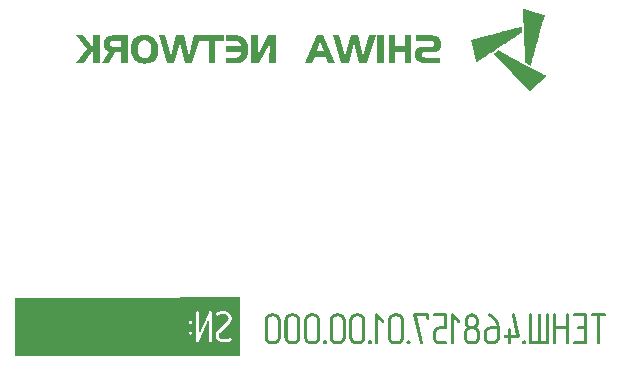
<source format=gbo>
G04*
G04 #@! TF.GenerationSoftware,Altium Limited,Altium Designer,24.4.1 (13)*
G04*
G04 Layer_Color=16776960*
%FSLAX44Y44*%
%MOMM*%
G71*
G04*
G04 #@! TF.SameCoordinates,633DC115-074B-46AC-84AE-F624448C349B*
G04*
G04*
G04 #@! TF.FilePolarity,Positive*
G04*
G01*
G75*
%ADD45R,14.1000X5.0000*%
G36*
X508111Y288567D02*
X508242Y287134D01*
X508372Y285832D01*
X508437Y284334D01*
X508242Y284139D01*
X507981Y284008D01*
X507069Y283357D01*
X506809Y283227D01*
X506027Y282706D01*
X505767Y282575D01*
X504855Y281924D01*
X504594Y281794D01*
X503683Y281143D01*
X503422Y281012D01*
X502510Y280361D01*
X502250Y280231D01*
X501729Y279840D01*
X501599D01*
X500687Y279189D01*
X500426Y279059D01*
X499515Y278407D01*
X499254Y278277D01*
X498342Y277626D01*
X498082Y277496D01*
X497300Y276975D01*
X497040Y276844D01*
X496128Y276193D01*
X495867Y276063D01*
X494956Y275411D01*
X494695Y275281D01*
X493783Y274630D01*
X493523Y274500D01*
X490853Y272741D01*
X489290Y271699D01*
X487857Y270787D01*
X484731Y268703D01*
X483689Y268052D01*
X481344Y266489D01*
X479911Y265577D01*
X476785Y263493D01*
X475743Y262842D01*
X472617Y260758D01*
X471184Y259846D01*
X470403Y259325D01*
X469817Y258999D01*
X469621Y259586D01*
X469426Y260432D01*
X469165Y261474D01*
X469035Y262125D01*
X468774Y263167D01*
X468644Y263819D01*
X468253Y265382D01*
X468123Y266033D01*
X467732Y267596D01*
X467602Y268248D01*
X467211Y269811D01*
X467081Y270462D01*
X466821Y271504D01*
X466690Y272155D01*
X466300Y273718D01*
X466169Y274370D01*
X465779Y275933D01*
X465648Y276584D01*
X465388Y277626D01*
X465323Y277821D01*
X465909Y278017D01*
X466821Y278277D01*
X468384Y278668D01*
X469295Y278928D01*
X470858Y279319D01*
X471770Y279580D01*
X473333Y279970D01*
X474245Y280231D01*
X475808Y280622D01*
X476720Y280882D01*
X478283Y281273D01*
X479195Y281533D01*
X480237Y281794D01*
X481149Y282055D01*
X482712Y282445D01*
X483623Y282706D01*
X485187Y283097D01*
X486098Y283357D01*
X487661Y283748D01*
X488573Y284008D01*
X490136Y284399D01*
X491048Y284660D01*
X492611Y285050D01*
X493523Y285311D01*
X495086Y285702D01*
X495998Y285962D01*
X497561Y286353D01*
X498473Y286613D01*
X500036Y287004D01*
X500947Y287265D01*
X502510Y287655D01*
X503422Y287916D01*
X504985Y288307D01*
X505897Y288567D01*
X507981Y289088D01*
X508111Y288567D01*
D02*
G37*
G36*
X510065Y304198D02*
X510782Y304002D01*
X512280Y303547D01*
X526868Y298988D01*
X527715Y298662D01*
X526673Y295015D01*
X526542Y294494D01*
X525500Y290847D01*
X525370Y290326D01*
X524067Y285767D01*
X523937Y285246D01*
X522895Y281599D01*
X522765Y281078D01*
X521723Y277430D01*
X521593Y276909D01*
X520551Y273262D01*
X520420Y272741D01*
X519378Y269094D01*
X519248Y268573D01*
X518467Y265838D01*
X518271Y265252D01*
X518206Y265187D01*
X518011Y264210D01*
X517815Y263493D01*
X517034Y260758D01*
X516903Y260237D01*
X515862Y256590D01*
X515666Y256134D01*
X511433Y258283D01*
X511303Y258804D01*
X511107Y263819D01*
X510195Y282966D01*
X509805Y291042D01*
X509674Y294038D01*
X509284Y302244D01*
X509218Y304393D01*
X509414Y304458D01*
X510065Y304198D01*
D02*
G37*
G36*
X500296Y262777D02*
X514624Y255222D01*
X526477Y248970D01*
X527128Y248579D01*
X527259D01*
X528691Y247798D01*
X529278Y247472D01*
X528040Y246234D01*
X527780Y246104D01*
X526738Y245062D01*
X526477Y244932D01*
X525305Y243760D01*
X525044Y243629D01*
X523872Y242457D01*
X523612Y242327D01*
X522439Y241154D01*
X522179Y241024D01*
X521007Y239852D01*
X520746Y239722D01*
X519704Y238680D01*
X519444Y238549D01*
X518271Y237377D01*
X518011Y237247D01*
X516838Y236075D01*
X516578Y235944D01*
X515406Y234772D01*
X514884Y234512D01*
X513256Y236140D01*
X513126Y236400D01*
X510651Y238875D01*
X510521Y239136D01*
X508046Y241610D01*
X507916Y241871D01*
X505311Y244476D01*
X505181Y244736D01*
X502706Y247211D01*
X502575Y247472D01*
X499970Y250077D01*
X499840Y250338D01*
X497365Y252812D01*
X497235Y253073D01*
X494760Y255548D01*
X494630Y255808D01*
X492025Y258413D01*
X491895Y258674D01*
X489420Y261149D01*
X489290Y261409D01*
X486684Y264014D01*
X486554Y264275D01*
X484600Y266229D01*
X484731Y266489D01*
X484926Y266684D01*
X485187Y266815D01*
X487010Y268117D01*
X487271Y268248D01*
X487531Y268508D01*
X487792Y268638D01*
X488443Y269029D01*
X500296Y262777D01*
D02*
G37*
G36*
X270000Y10000D02*
X219000D01*
Y60000D01*
X270000D01*
Y10000D01*
D02*
G37*
G36*
X428889Y46277D02*
X429072Y46243D01*
X429255Y46177D01*
X429389Y46093D01*
X429522Y45993D01*
X429622Y45893D01*
X429705Y45777D01*
X429772Y45660D01*
X429872Y45410D01*
X429922Y45210D01*
Y45127D01*
X429938Y45060D01*
Y45027D01*
Y45010D01*
Y42278D01*
X429922Y42044D01*
X429872Y41844D01*
X429789Y41661D01*
X429705Y41528D01*
X429638Y41411D01*
X429555Y41328D01*
X429505Y41278D01*
X429488Y41261D01*
X429289Y41178D01*
X429105Y41111D01*
X428955Y41061D01*
X428839Y41028D01*
X428755Y41011D01*
X428689Y40995D01*
X428639D01*
X428439Y41011D01*
X428272Y41045D01*
X428106Y41095D01*
X427972Y41161D01*
X427856Y41228D01*
X427772Y41278D01*
X427722Y41311D01*
X427706Y41328D01*
X427589Y41478D01*
X427489Y41628D01*
X427422Y41778D01*
X427389Y41928D01*
X427356Y42078D01*
X427339Y42178D01*
Y42244D01*
Y42278D01*
Y43711D01*
X419225D01*
X424456Y21550D01*
X424506Y21300D01*
X424490Y21066D01*
X424440Y20866D01*
X424356Y20683D01*
X424273Y20533D01*
X424190Y20417D01*
X424107Y20333D01*
X424057Y20283D01*
X424040Y20267D01*
X423873Y20183D01*
X423723Y20117D01*
X423557Y20067D01*
X423423Y20033D01*
X423290Y20017D01*
X423190Y20000D01*
X423107D01*
X422390Y20233D01*
X422257Y20433D01*
X422140Y20583D01*
X422057Y20717D01*
X421991Y20833D01*
X421957Y20916D01*
X421924Y20966D01*
X421907Y21000D01*
Y21016D01*
X416425Y44727D01*
X416375Y45060D01*
X416392Y45260D01*
X416442Y45427D01*
X416492Y45577D01*
X416558Y45710D01*
X416642Y45810D01*
X416692Y45877D01*
X416742Y45927D01*
X416758Y45943D01*
X416908Y46060D01*
X417058Y46143D01*
X417208Y46210D01*
X417358Y46243D01*
X417492Y46277D01*
X417592Y46293D01*
X428655D01*
X428889Y46277D01*
D02*
G37*
G36*
X449467D02*
X449650Y46243D01*
X449800Y46177D01*
X449933Y46110D01*
X450033Y46043D01*
X450117Y45977D01*
X450167Y45943D01*
X450183Y45927D01*
X455682Y40412D01*
X455798Y40195D01*
X455882Y40012D01*
X455932Y39878D01*
X455965Y39762D01*
X455998Y39662D01*
X456015Y39612D01*
Y39578D01*
Y39562D01*
X455998Y39362D01*
X455965Y39178D01*
X455899Y39028D01*
X455832Y38895D01*
X455765Y38779D01*
X455699Y38695D01*
X455665Y38645D01*
X455648Y38629D01*
X455499Y38495D01*
X455349Y38412D01*
X455182Y38345D01*
X455032Y38295D01*
X454915Y38262D01*
X454799Y38245D01*
X454715D01*
X454532Y38262D01*
X454349Y38312D01*
X454199Y38362D01*
X454066Y38445D01*
X453966Y38512D01*
X453882Y38562D01*
X453832Y38612D01*
X453816Y38629D01*
X450566Y42444D01*
Y21283D01*
X450550Y21050D01*
X450500Y20833D01*
X450416Y20666D01*
X450333Y20517D01*
X450267Y20400D01*
X450183Y20317D01*
X450133Y20267D01*
X450117Y20250D01*
X449917Y20167D01*
X449733Y20100D01*
X449583Y20067D01*
X449467Y20033D01*
X449384Y20017D01*
X449317Y20000D01*
X449267D01*
X449067Y20017D01*
X448900Y20050D01*
X448734Y20100D01*
X448600Y20167D01*
X448484Y20233D01*
X448400Y20283D01*
X448350Y20317D01*
X448334Y20333D01*
X448217Y20483D01*
X448117Y20633D01*
X448050Y20783D01*
X448017Y20933D01*
X447984Y21083D01*
X447967Y21183D01*
Y21250D01*
Y21283D01*
Y45027D01*
X447984Y45227D01*
X448034Y45410D01*
X448100Y45560D01*
X448167Y45693D01*
X448250Y45810D01*
X448317Y45877D01*
X448367Y45927D01*
X448384Y45943D01*
X448534Y46060D01*
X448700Y46143D01*
X448850Y46210D01*
X448984Y46243D01*
X449100Y46277D01*
X449200Y46293D01*
X449283D01*
X449467Y46277D01*
D02*
G37*
G36*
X385150D02*
X385333Y46243D01*
X385483Y46177D01*
X385616Y46110D01*
X385716Y46043D01*
X385800Y45977D01*
X385850Y45943D01*
X385866Y45927D01*
X391365Y40412D01*
X391482Y40195D01*
X391565Y40012D01*
X391615Y39878D01*
X391648Y39762D01*
X391682Y39662D01*
X391698Y39612D01*
Y39578D01*
Y39562D01*
X391682Y39362D01*
X391648Y39178D01*
X391582Y39028D01*
X391515Y38895D01*
X391448Y38779D01*
X391382Y38695D01*
X391348Y38645D01*
X391332Y38629D01*
X391182Y38495D01*
X391032Y38412D01*
X390865Y38345D01*
X390715Y38295D01*
X390598Y38262D01*
X390482Y38245D01*
X390399D01*
X390215Y38262D01*
X390032Y38312D01*
X389882Y38362D01*
X389749Y38445D01*
X389649Y38512D01*
X389565Y38562D01*
X389515Y38612D01*
X389499Y38629D01*
X386250Y42444D01*
Y21283D01*
X386233Y21050D01*
X386183Y20833D01*
X386100Y20666D01*
X386016Y20517D01*
X385950Y20400D01*
X385866Y20317D01*
X385816Y20267D01*
X385800Y20250D01*
X385600Y20167D01*
X385416Y20100D01*
X385266Y20067D01*
X385150Y20033D01*
X385067Y20017D01*
X385000Y20000D01*
X384950D01*
X384750Y20017D01*
X384583Y20050D01*
X384417Y20100D01*
X384283Y20167D01*
X384167Y20233D01*
X384084Y20283D01*
X384034Y20317D01*
X384017Y20333D01*
X383900Y20483D01*
X383800Y20633D01*
X383734Y20783D01*
X383700Y20933D01*
X383667Y21083D01*
X383650Y21183D01*
Y21250D01*
Y21283D01*
Y45027D01*
X383667Y45227D01*
X383717Y45410D01*
X383784Y45560D01*
X383850Y45693D01*
X383933Y45810D01*
X384000Y45877D01*
X384050Y45927D01*
X384067Y45943D01*
X384217Y46060D01*
X384383Y46143D01*
X384533Y46210D01*
X384667Y46243D01*
X384783Y46277D01*
X384883Y46293D01*
X384967D01*
X385150Y46277D01*
D02*
G37*
G36*
X547208D02*
X547392Y46227D01*
X547542Y46160D01*
X547675Y46077D01*
X547792Y45993D01*
X547875Y45927D01*
X547925Y45877D01*
X547942Y45860D01*
X548058Y45693D01*
X548158Y45543D01*
X548225Y45394D01*
X548258Y45277D01*
X548292Y45160D01*
X548308Y45077D01*
Y45027D01*
Y45010D01*
Y21283D01*
X548292Y21050D01*
X548242Y20833D01*
X548158Y20666D01*
X548075Y20517D01*
X548008Y20400D01*
X547925Y20317D01*
X547875Y20267D01*
X547858Y20250D01*
X547658Y20167D01*
X547475Y20100D01*
X547325Y20067D01*
X547208Y20033D01*
X547125Y20017D01*
X547058Y20000D01*
X547009D01*
X546809Y20017D01*
X546642Y20050D01*
X546475Y20100D01*
X546342Y20167D01*
X546225Y20233D01*
X546142Y20283D01*
X546092Y20317D01*
X546075Y20333D01*
X545959Y20483D01*
X545859Y20633D01*
X545792Y20783D01*
X545759Y20933D01*
X545726Y21083D01*
X545709Y21183D01*
Y21250D01*
Y21283D01*
Y32747D01*
X537344D01*
Y21283D01*
X537328Y21050D01*
X537278Y20833D01*
X537194Y20666D01*
X537111Y20517D01*
X537044Y20400D01*
X536961Y20317D01*
X536911Y20267D01*
X536894Y20250D01*
X536694Y20167D01*
X536511Y20100D01*
X536361Y20067D01*
X536245Y20033D01*
X536161Y20017D01*
X536095Y20000D01*
X536045D01*
X535845Y20017D01*
X535678Y20050D01*
X535511Y20100D01*
X535378Y20167D01*
X535261Y20233D01*
X535178Y20283D01*
X535128Y20317D01*
X535112Y20333D01*
X534995Y20483D01*
X534895Y20633D01*
X534828Y20783D01*
X534795Y20933D01*
X534762Y21083D01*
X534745Y21183D01*
Y21250D01*
Y21283D01*
Y45010D01*
X534762Y45227D01*
X534812Y45410D01*
X534878Y45577D01*
X534962Y45710D01*
X535045Y45810D01*
X535112Y45877D01*
X535162Y45927D01*
X535178Y45943D01*
X535328Y46060D01*
X535495Y46143D01*
X535628Y46210D01*
X535761Y46243D01*
X535878Y46277D01*
X535961Y46293D01*
X536045D01*
X536245Y46277D01*
X536428Y46227D01*
X536578Y46160D01*
X536711Y46077D01*
X536828Y45993D01*
X536911Y45927D01*
X536961Y45877D01*
X536978Y45860D01*
X537094Y45693D01*
X537194Y45543D01*
X537261Y45394D01*
X537294Y45277D01*
X537328Y45160D01*
X537344Y45077D01*
Y45027D01*
Y45010D01*
Y35329D01*
X545709D01*
Y45010D01*
X545726Y45227D01*
X545775Y45410D01*
X545842Y45577D01*
X545925Y45710D01*
X546009Y45810D01*
X546075Y45877D01*
X546125Y45927D01*
X546142Y45943D01*
X546292Y46060D01*
X546459Y46143D01*
X546592Y46210D01*
X546725Y46243D01*
X546842Y46277D01*
X546925Y46293D01*
X547009D01*
X547208Y46277D01*
D02*
G37*
G36*
X502220Y46060D02*
X502353Y45943D01*
X502470Y45793D01*
X502553Y45660D01*
X502620Y45510D01*
X502670Y45394D01*
X502703Y45293D01*
X502720Y45227D01*
Y45194D01*
X506369Y26998D01*
X506385Y26765D01*
X506369Y26565D01*
X506335Y26382D01*
X506269Y26215D01*
X506202Y26082D01*
X506136Y25982D01*
X506069Y25898D01*
X506036Y25849D01*
X506019Y25832D01*
X505869Y25715D01*
X505719Y25632D01*
X505569Y25565D01*
X505419Y25532D01*
X505286Y25499D01*
X505186Y25482D01*
X499087D01*
Y21283D01*
X499071Y21050D01*
X499021Y20833D01*
X498937Y20666D01*
X498854Y20517D01*
X498787Y20400D01*
X498704Y20317D01*
X498654Y20267D01*
X498638Y20250D01*
X498438Y20167D01*
X498254Y20100D01*
X498104Y20067D01*
X497988Y20033D01*
X497904Y20017D01*
X497838Y20000D01*
X497788D01*
X497588Y20017D01*
X497421Y20050D01*
X497254Y20100D01*
X497121Y20167D01*
X497005Y20233D01*
X496921Y20283D01*
X496871Y20317D01*
X496855Y20333D01*
X496738Y20483D01*
X496638Y20633D01*
X496571Y20783D01*
X496538Y20933D01*
X496505Y21083D01*
X496488Y21183D01*
Y21250D01*
Y21283D01*
Y25482D01*
X494122D01*
X493905Y25499D01*
X493705Y25549D01*
X493555Y25615D01*
X493422Y25699D01*
X493306Y25765D01*
X493239Y25832D01*
X493189Y25882D01*
X493172Y25898D01*
X493056Y26049D01*
X492972Y26215D01*
X492906Y26365D01*
X492872Y26498D01*
X492839Y26615D01*
X492822Y26698D01*
Y26765D01*
Y26782D01*
X492839Y26948D01*
X492889Y27115D01*
X492956Y27265D01*
X493022Y27398D01*
X493106Y27498D01*
X493172Y27581D01*
X493222Y27631D01*
X493239Y27648D01*
X493389Y27781D01*
X493539Y27881D01*
X493689Y27965D01*
X493822Y28015D01*
X493955Y28048D01*
X494039Y28065D01*
X496488D01*
Y32280D01*
X496505Y32497D01*
X496555Y32680D01*
X496621Y32847D01*
X496705Y32980D01*
X496788Y33080D01*
X496855Y33147D01*
X496905Y33197D01*
X496921Y33213D01*
X497071Y33330D01*
X497238Y33413D01*
X497371Y33480D01*
X497505Y33513D01*
X497621Y33547D01*
X497704Y33563D01*
X497788D01*
X497988Y33547D01*
X498171Y33497D01*
X498321Y33430D01*
X498454Y33347D01*
X498571Y33263D01*
X498654Y33197D01*
X498704Y33147D01*
X498721Y33130D01*
X498838Y32963D01*
X498937Y32813D01*
X499004Y32663D01*
X499037Y32547D01*
X499071Y32430D01*
X499087Y32347D01*
Y32297D01*
Y32280D01*
Y28065D01*
X503586D01*
X500170Y44760D01*
X500137Y45060D01*
X500154Y45244D01*
X500204Y45427D01*
X500270Y45577D01*
X500337Y45710D01*
X500420Y45810D01*
X500487Y45877D01*
X500537Y45927D01*
X500554Y45943D01*
X500704Y46060D01*
X500870Y46143D01*
X501037Y46210D01*
X501170Y46243D01*
X501303Y46277D01*
X501404Y46293D01*
X501503D01*
X502220Y46060D01*
D02*
G37*
G36*
X530429Y46277D02*
X530613Y46227D01*
X530763Y46160D01*
X530896Y46077D01*
X531013Y45993D01*
X531096Y45927D01*
X531146Y45877D01*
X531162Y45860D01*
X531279Y45693D01*
X531379Y45543D01*
X531446Y45394D01*
X531479Y45277D01*
X531512Y45160D01*
X531529Y45077D01*
Y45027D01*
Y45010D01*
Y21283D01*
X531512Y21050D01*
X531479Y20866D01*
X531412Y20683D01*
X531329Y20550D01*
X531229Y20417D01*
X531129Y20317D01*
X531013Y20233D01*
X530879Y20167D01*
X530646Y20067D01*
X530446Y20017D01*
X530363D01*
X530296Y20000D01*
X515633D01*
X515400Y20017D01*
X515200Y20050D01*
X515033Y20117D01*
X514883Y20200D01*
X514750Y20300D01*
X514650Y20400D01*
X514567Y20517D01*
X514500Y20650D01*
X514400Y20883D01*
X514350Y21083D01*
X514333Y21166D01*
Y21233D01*
Y21266D01*
Y21283D01*
Y45010D01*
X514350Y45227D01*
X514400Y45410D01*
X514467Y45577D01*
X514550Y45710D01*
X514633Y45810D01*
X514700Y45877D01*
X514750Y45927D01*
X514767Y45943D01*
X514917Y46060D01*
X515083Y46143D01*
X515217Y46210D01*
X515350Y46243D01*
X515466Y46277D01*
X515550Y46293D01*
X515633D01*
X515833Y46277D01*
X516016Y46227D01*
X516166Y46160D01*
X516300Y46077D01*
X516416Y45993D01*
X516500Y45927D01*
X516550Y45877D01*
X516566Y45860D01*
X516683Y45693D01*
X516783Y45543D01*
X516850Y45394D01*
X516883Y45277D01*
X516916Y45160D01*
X516933Y45077D01*
Y45027D01*
Y45010D01*
Y22583D01*
X521648D01*
Y45010D01*
X521665Y45227D01*
X521715Y45410D01*
X521782Y45577D01*
X521865Y45710D01*
X521948Y45810D01*
X522015Y45877D01*
X522065Y45927D01*
X522081Y45943D01*
X522231Y46060D01*
X522398Y46143D01*
X522531Y46210D01*
X522665Y46243D01*
X522781Y46277D01*
X522865Y46293D01*
X522948D01*
X523148Y46277D01*
X523331Y46227D01*
X523481Y46160D01*
X523614Y46077D01*
X523731Y45993D01*
X523814Y45927D01*
X523864Y45877D01*
X523881Y45860D01*
X523998Y45693D01*
X524098Y45543D01*
X524164Y45394D01*
X524198Y45277D01*
X524231Y45160D01*
X524248Y45077D01*
Y45027D01*
Y45010D01*
Y22583D01*
X528930D01*
Y45010D01*
X528946Y45227D01*
X528996Y45410D01*
X529063Y45577D01*
X529146Y45710D01*
X529230Y45810D01*
X529296Y45877D01*
X529346Y45927D01*
X529363Y45943D01*
X529513Y46060D01*
X529680Y46143D01*
X529813Y46210D01*
X529946Y46243D01*
X530063Y46277D01*
X530146Y46293D01*
X530229D01*
X530429Y46277D01*
D02*
G37*
G36*
X578950D02*
X579150Y46210D01*
X579317Y46143D01*
X579450Y46043D01*
X579567Y45960D01*
X579633Y45877D01*
X579683Y45810D01*
X579700Y45793D01*
X579800Y45627D01*
X579867Y45460D01*
X579933Y45327D01*
X579967Y45227D01*
X579983Y45127D01*
X580000Y45060D01*
Y45027D01*
Y45010D01*
X579983Y44827D01*
X579950Y44644D01*
X579900Y44477D01*
X579833Y44344D01*
X579767Y44227D01*
X579717Y44144D01*
X579683Y44077D01*
X579667Y44061D01*
X579517Y43944D01*
X579367Y43861D01*
X579200Y43794D01*
X579050Y43761D01*
X578917Y43727D01*
X578817Y43711D01*
X574518D01*
Y21283D01*
X574501Y21050D01*
X574451Y20833D01*
X574368Y20666D01*
X574285Y20517D01*
X574218Y20400D01*
X574135Y20317D01*
X574085Y20267D01*
X574068Y20250D01*
X573868Y20167D01*
X573685Y20100D01*
X573535Y20067D01*
X573418Y20033D01*
X573335Y20017D01*
X573268Y20000D01*
X573218D01*
X573018Y20017D01*
X572852Y20050D01*
X572685Y20100D01*
X572552Y20167D01*
X572435Y20233D01*
X572352Y20283D01*
X572302Y20317D01*
X572285Y20333D01*
X572169Y20483D01*
X572069Y20633D01*
X572002Y20783D01*
X571969Y20933D01*
X571935Y21083D01*
X571919Y21183D01*
Y21250D01*
Y21283D01*
Y43711D01*
X567720D01*
X567503Y43727D01*
X567303Y43777D01*
X567153Y43844D01*
X567020Y43927D01*
X566903Y43994D01*
X566837Y44061D01*
X566787Y44110D01*
X566770Y44127D01*
X566653Y44277D01*
X566570Y44444D01*
X566503Y44594D01*
X566470Y44727D01*
X566437Y44844D01*
X566420Y44927D01*
Y44994D01*
Y45010D01*
X566437Y45177D01*
X566487Y45343D01*
X566553Y45493D01*
X566620Y45627D01*
X566703Y45727D01*
X566770Y45810D01*
X566820Y45860D01*
X566837Y45877D01*
X566987Y46010D01*
X567137Y46110D01*
X567287Y46193D01*
X567420Y46243D01*
X567553Y46277D01*
X567636Y46293D01*
X578717D01*
X578950Y46277D01*
D02*
G37*
G36*
X562155D02*
X562338Y46243D01*
X562521Y46177D01*
X562654Y46093D01*
X562788Y45993D01*
X562888Y45893D01*
X562971Y45777D01*
X563038Y45660D01*
X563138Y45410D01*
X563188Y45210D01*
Y45127D01*
X563204Y45060D01*
Y45027D01*
Y45010D01*
Y21283D01*
X563188Y21050D01*
X563154Y20866D01*
X563088Y20683D01*
X563004Y20550D01*
X562904Y20417D01*
X562804Y20317D01*
X562688Y20233D01*
X562555Y20167D01*
X562321Y20067D01*
X562121Y20017D01*
X562038D01*
X561971Y20000D01*
X552790D01*
X552574Y20017D01*
X552374Y20067D01*
X552224Y20133D01*
X552090Y20217D01*
X551974Y20283D01*
X551907Y20350D01*
X551857Y20400D01*
X551841Y20417D01*
X551724Y20566D01*
X551641Y20733D01*
X551574Y20883D01*
X551541Y21016D01*
X551507Y21133D01*
X551491Y21216D01*
Y21283D01*
Y21300D01*
X551507Y21466D01*
X551557Y21633D01*
X551624Y21783D01*
X551691Y21916D01*
X551774Y22016D01*
X551841Y22099D01*
X551890Y22150D01*
X551907Y22166D01*
X552057Y22299D01*
X552207Y22399D01*
X552357Y22483D01*
X552490Y22533D01*
X552624Y22566D01*
X552707Y22583D01*
X560605D01*
Y32747D01*
X556439D01*
X556223Y32763D01*
X556023Y32813D01*
X555873Y32880D01*
X555740Y32963D01*
X555623Y33030D01*
X555556Y33097D01*
X555506Y33147D01*
X555490Y33163D01*
X555373Y33313D01*
X555290Y33480D01*
X555223Y33630D01*
X555190Y33763D01*
X555156Y33880D01*
X555140Y33963D01*
Y34030D01*
Y34046D01*
X555156Y34213D01*
X555206Y34380D01*
X555273Y34530D01*
X555340Y34663D01*
X555423Y34763D01*
X555490Y34846D01*
X555540Y34896D01*
X555556Y34913D01*
X555706Y35046D01*
X555856Y35146D01*
X556006Y35229D01*
X556139Y35279D01*
X556273Y35313D01*
X556356Y35329D01*
X560605D01*
Y43711D01*
X552790D01*
X552574Y43727D01*
X552374Y43777D01*
X552224Y43844D01*
X552090Y43927D01*
X551974Y43994D01*
X551907Y44061D01*
X551857Y44110D01*
X551841Y44127D01*
X551724Y44277D01*
X551641Y44444D01*
X551574Y44594D01*
X551541Y44727D01*
X551507Y44844D01*
X551491Y44927D01*
Y44994D01*
Y45010D01*
X551507Y45177D01*
X551557Y45343D01*
X551624Y45493D01*
X551691Y45627D01*
X551774Y45727D01*
X551841Y45810D01*
X551890Y45860D01*
X551907Y45877D01*
X552057Y46010D01*
X552207Y46110D01*
X552357Y46193D01*
X552490Y46243D01*
X552624Y46277D01*
X552707Y46293D01*
X561921D01*
X562155Y46277D01*
D02*
G37*
G36*
X510518Y23449D02*
X510784Y23382D01*
X511001Y23266D01*
X511184Y23149D01*
X511334Y23033D01*
X511434Y22916D01*
X511501Y22849D01*
X511517Y22816D01*
X511668Y22583D01*
X511768Y22383D01*
X511851Y22199D01*
X511901Y22033D01*
X511934Y21916D01*
X511951Y21833D01*
Y21766D01*
Y21750D01*
X511934Y21500D01*
X511867Y21250D01*
X511801Y21033D01*
X511701Y20850D01*
X511618Y20683D01*
X511534Y20566D01*
X511484Y20500D01*
X511468Y20467D01*
X511284Y20317D01*
X511068Y20200D01*
X510868Y20117D01*
X510651Y20067D01*
X510485Y20033D01*
X510335Y20000D01*
X510201D01*
X509901Y20017D01*
X509635Y20083D01*
X509418Y20167D01*
X509235Y20283D01*
X509085Y20383D01*
X508985Y20467D01*
X508918Y20533D01*
X508901Y20550D01*
X508752Y20766D01*
X508635Y20983D01*
X508552Y21183D01*
X508485Y21366D01*
X508452Y21516D01*
X508435Y21650D01*
Y21716D01*
Y21750D01*
X508452Y21983D01*
X508518Y22199D01*
X508602Y22399D01*
X508702Y22583D01*
X508818Y22733D01*
X508901Y22833D01*
X508968Y22916D01*
X508985Y22933D01*
X509202Y23116D01*
X509401Y23249D01*
X509618Y23349D01*
X509801Y23416D01*
X509968Y23449D01*
X510085Y23482D01*
X510201D01*
X510518Y23449D01*
D02*
G37*
G36*
X481459Y46210D02*
X482175Y45893D01*
X482858Y45543D01*
X483491Y45160D01*
X484075Y44760D01*
X484624Y44344D01*
X485124Y43927D01*
X485591Y43494D01*
X485991Y43094D01*
X486374Y42694D01*
X486691Y42328D01*
X486957Y41994D01*
X487190Y41711D01*
X487357Y41461D01*
X487424Y41361D01*
X487490Y41278D01*
X487540Y41211D01*
X487557Y41161D01*
X487590Y41145D01*
Y41128D01*
X487940Y40511D01*
X488257Y39878D01*
X488523Y39262D01*
X488740Y38629D01*
X488940Y38012D01*
X489107Y37429D01*
X489240Y36862D01*
X489340Y36329D01*
X489423Y35829D01*
X489490Y35363D01*
X489523Y34963D01*
X489557Y34630D01*
X489573Y34480D01*
Y34346D01*
X489590Y34230D01*
Y34130D01*
Y34063D01*
Y34013D01*
Y33980D01*
Y33963D01*
Y25849D01*
X489573Y25399D01*
X489506Y24965D01*
X489423Y24549D01*
X489307Y24166D01*
X489173Y23782D01*
X489023Y23449D01*
X488857Y23133D01*
X488690Y22849D01*
X488523Y22583D01*
X488357Y22349D01*
X488207Y22150D01*
X488074Y21983D01*
X487957Y21850D01*
X487874Y21766D01*
X487807Y21700D01*
X487790Y21683D01*
X487440Y21383D01*
X487107Y21133D01*
X486741Y20900D01*
X486391Y20717D01*
X486057Y20550D01*
X485724Y20417D01*
X485391Y20300D01*
X485091Y20217D01*
X484808Y20133D01*
X484541Y20083D01*
X484324Y20050D01*
X484125Y20033D01*
X483958Y20017D01*
X483841Y20000D01*
X481908D01*
X481459Y20017D01*
X481025Y20067D01*
X480625Y20150D01*
X480226Y20267D01*
X479876Y20400D01*
X479526Y20533D01*
X479209Y20700D01*
X478926Y20850D01*
X478659Y21016D01*
X478426Y21166D01*
X478226Y21300D01*
X478059Y21433D01*
X477926Y21550D01*
X477843Y21633D01*
X477776Y21683D01*
X477760Y21700D01*
X477460Y22033D01*
X477193Y22366D01*
X476960Y22716D01*
X476760Y23066D01*
X476593Y23416D01*
X476460Y23766D01*
X476343Y24099D01*
X476260Y24416D01*
X476193Y24715D01*
X476127Y24982D01*
X476093Y25232D01*
X476077Y25432D01*
X476060Y25615D01*
X476043Y25749D01*
Y25815D01*
Y25849D01*
Y29498D01*
X476060Y29948D01*
X476110Y30381D01*
X476193Y30797D01*
X476310Y31181D01*
X476443Y31547D01*
X476593Y31880D01*
X476743Y32197D01*
X476893Y32497D01*
X477060Y32747D01*
X477210Y32980D01*
X477360Y33180D01*
X477493Y33347D01*
X477593Y33480D01*
X477693Y33563D01*
X477743Y33630D01*
X477760Y33647D01*
X478093Y33946D01*
X478426Y34213D01*
X478776Y34430D01*
X479126Y34630D01*
X479476Y34796D01*
X479826Y34929D01*
X480159Y35046D01*
X480476Y35129D01*
X480775Y35196D01*
X481059Y35263D01*
X481309Y35296D01*
X481509Y35313D01*
X481692Y35329D01*
X481809Y35346D01*
X486991D01*
X486974Y35646D01*
X486924Y35979D01*
X486841Y36329D01*
X486757Y36646D01*
X486674Y36946D01*
X486624Y37079D01*
X486591Y37179D01*
X486574Y37279D01*
X486541Y37346D01*
X486524Y37379D01*
Y37396D01*
X486341Y37879D01*
X486141Y38312D01*
X485957Y38712D01*
X485791Y39062D01*
X485708Y39212D01*
X485641Y39345D01*
X485574Y39445D01*
X485524Y39545D01*
X485491Y39628D01*
X485458Y39678D01*
X485424Y39712D01*
Y39728D01*
X485224Y40028D01*
X485024Y40295D01*
X484824Y40561D01*
X484641Y40795D01*
X484458Y41011D01*
X484274Y41228D01*
X484108Y41411D01*
X483941Y41578D01*
X483791Y41728D01*
X483658Y41861D01*
X483541Y41978D01*
X483441Y42061D01*
X483358Y42128D01*
X483291Y42194D01*
X483258Y42211D01*
X483242Y42228D01*
X483025Y42394D01*
X482808Y42561D01*
X482608Y42711D01*
X482392Y42861D01*
X482225Y42961D01*
X482075Y43061D01*
X481992Y43111D01*
X481958Y43127D01*
X481309Y43461D01*
X480909Y43644D01*
X480542Y43777D01*
X480376Y43877D01*
X480242Y43994D01*
X480126Y44077D01*
X480042Y44160D01*
X479976Y44244D01*
X479926Y44294D01*
X479892Y44327D01*
Y44344D01*
X479826Y44460D01*
X479792Y44560D01*
X479726Y44777D01*
Y44860D01*
X479709Y44927D01*
Y44977D01*
Y44994D01*
X479726Y45177D01*
X479759Y45343D01*
X479826Y45493D01*
X479876Y45627D01*
X479942Y45743D01*
X480009Y45827D01*
X480042Y45877D01*
X480059Y45893D01*
X480192Y46027D01*
X480342Y46127D01*
X480492Y46210D01*
X480642Y46260D01*
X480759Y46293D01*
X480859Y46310D01*
X480959D01*
X481459Y46210D01*
D02*
G37*
G36*
X467295Y46193D02*
X468312Y45893D01*
X468695Y45710D01*
X469045Y45510D01*
X469362Y45293D01*
X469645Y45094D01*
X469861Y44927D01*
X470028Y44777D01*
X470095Y44727D01*
X470145Y44677D01*
X470162Y44660D01*
X470178Y44644D01*
X470478Y44277D01*
X470745Y43911D01*
X470978Y43544D01*
X471178Y43177D01*
X471328Y42828D01*
X471478Y42478D01*
X471594Y42161D01*
X471678Y41844D01*
X471744Y41561D01*
X471811Y41295D01*
X471844Y41061D01*
X471861Y40861D01*
X471878Y40695D01*
X471894Y40578D01*
Y40511D01*
Y40478D01*
Y38612D01*
X471878Y38095D01*
X471811Y37629D01*
X471711Y37179D01*
X471611Y36812D01*
X471561Y36646D01*
X471511Y36496D01*
X471461Y36363D01*
X471411Y36246D01*
X471378Y36163D01*
X471344Y36096D01*
X471328Y36063D01*
Y36046D01*
X471095Y35646D01*
X470861Y35296D01*
X470611Y35013D01*
X470378Y34780D01*
X470178Y34596D01*
X470028Y34480D01*
X469962Y34430D01*
X469911Y34396D01*
X469895Y34380D01*
X469878D01*
X470345Y34096D01*
X470761Y33780D01*
X471128Y33447D01*
X471445Y33113D01*
X471678Y32813D01*
X471778Y32680D01*
X471861Y32564D01*
X471928Y32480D01*
X471978Y32413D01*
X471994Y32364D01*
X472011Y32347D01*
X472144Y32097D01*
X472278Y31830D01*
X472477Y31330D01*
X472611Y30847D01*
X472711Y30414D01*
X472744Y30214D01*
X472761Y30047D01*
X472794Y29881D01*
Y29748D01*
X472811Y29648D01*
Y29564D01*
Y29514D01*
Y29498D01*
Y25849D01*
X472794Y25399D01*
X472728Y24965D01*
X472644Y24549D01*
X472528Y24166D01*
X472394Y23782D01*
X472244Y23449D01*
X472078Y23133D01*
X471911Y22849D01*
X471744Y22583D01*
X471578Y22349D01*
X471428Y22150D01*
X471295Y21983D01*
X471178Y21850D01*
X471095Y21766D01*
X471028Y21700D01*
X471011Y21683D01*
X470661Y21383D01*
X470328Y21133D01*
X469962Y20900D01*
X469612Y20717D01*
X469278Y20550D01*
X468945Y20417D01*
X468612Y20300D01*
X468312Y20217D01*
X468029Y20133D01*
X467762Y20083D01*
X467546Y20050D01*
X467346Y20033D01*
X467179Y20017D01*
X467062Y20000D01*
X465129D01*
X464679Y20017D01*
X464246Y20067D01*
X463846Y20150D01*
X463447Y20267D01*
X463097Y20400D01*
X462747Y20533D01*
X462430Y20700D01*
X462147Y20850D01*
X461880Y21016D01*
X461647Y21166D01*
X461447Y21300D01*
X461280Y21433D01*
X461147Y21550D01*
X461064Y21633D01*
X460997Y21683D01*
X460980Y21700D01*
X460681Y22033D01*
X460414Y22366D01*
X460181Y22716D01*
X459981Y23066D01*
X459814Y23416D01*
X459681Y23766D01*
X459564Y24099D01*
X459481Y24416D01*
X459414Y24715D01*
X459348Y24982D01*
X459314Y25232D01*
X459298Y25432D01*
X459281Y25615D01*
X459264Y25749D01*
Y25815D01*
Y25849D01*
Y29498D01*
X459281Y29797D01*
X459298Y30097D01*
X459414Y30664D01*
X459548Y31197D01*
X459631Y31430D01*
X459714Y31647D01*
X459814Y31847D01*
X459897Y32030D01*
X459964Y32197D01*
X460031Y32330D01*
X460097Y32430D01*
X460147Y32513D01*
X460164Y32564D01*
X460181Y32580D01*
X460347Y32847D01*
X460531Y33080D01*
X460714Y33297D01*
X460881Y33480D01*
X461064Y33647D01*
X461230Y33797D01*
X461380Y33930D01*
X461547Y34046D01*
X461680Y34146D01*
X461814Y34230D01*
X461930Y34296D01*
X462030Y34346D01*
X462097Y34380D01*
X462164Y34413D01*
X462197Y34430D01*
X462214D01*
X461880Y34646D01*
X461580Y34913D01*
X461330Y35180D01*
X461114Y35446D01*
X460947Y35679D01*
X460830Y35879D01*
X460780Y35963D01*
X460747Y36013D01*
X460731Y36046D01*
Y36063D01*
X460547Y36496D01*
X460414Y36929D01*
X460314Y37362D01*
X460247Y37745D01*
X460231Y37929D01*
X460214Y38095D01*
X460197Y38229D01*
X460181Y38362D01*
Y38462D01*
Y38529D01*
Y38579D01*
Y38595D01*
Y40461D01*
Y41045D01*
X460281Y41678D01*
X460581Y42711D01*
X460764Y43094D01*
X460964Y43461D01*
X461180Y43777D01*
X461397Y44061D01*
X461597Y44277D01*
X461747Y44444D01*
X461814Y44510D01*
X461864Y44560D01*
X461880Y44577D01*
X461897Y44594D01*
X462230Y44894D01*
X462580Y45160D01*
X462930Y45377D01*
X463280Y45577D01*
X463647Y45743D01*
X463996Y45877D01*
X464330Y45993D01*
X464646Y46077D01*
X464946Y46143D01*
X465213Y46210D01*
X465463Y46243D01*
X465679Y46260D01*
X465846Y46277D01*
X465962Y46293D01*
X466662D01*
X467295Y46193D01*
D02*
G37*
G36*
X443802Y46277D02*
X443985Y46243D01*
X444168Y46177D01*
X444301Y46093D01*
X444435Y45993D01*
X444535Y45893D01*
X444618Y45777D01*
X444685Y45660D01*
X444785Y45410D01*
X444835Y45210D01*
Y45127D01*
X444851Y45060D01*
Y45027D01*
Y45010D01*
Y34030D01*
X444835Y33797D01*
X444801Y33613D01*
X444735Y33430D01*
X444651Y33297D01*
X444551Y33163D01*
X444451Y33063D01*
X444335Y32980D01*
X444201Y32913D01*
X443968Y32813D01*
X443768Y32763D01*
X443685D01*
X443618Y32747D01*
X438986D01*
X438736Y32730D01*
X438503Y32713D01*
X438270Y32663D01*
X438053Y32597D01*
X437670Y32447D01*
X437337Y32280D01*
X437187Y32180D01*
X437053Y32097D01*
X436953Y32014D01*
X436853Y31947D01*
X436787Y31880D01*
X436737Y31830D01*
X436703Y31814D01*
X436687Y31797D01*
X436520Y31614D01*
X436370Y31430D01*
X436254Y31230D01*
X436137Y31030D01*
X436037Y30847D01*
X435970Y30647D01*
X435854Y30297D01*
X435787Y29981D01*
X435770Y29848D01*
X435754Y29731D01*
X435737Y29631D01*
Y29564D01*
Y29514D01*
Y29498D01*
Y25849D01*
X435754Y25599D01*
X435770Y25349D01*
X435820Y25115D01*
X435887Y24899D01*
X436037Y24499D01*
X436203Y24166D01*
X436303Y24016D01*
X436387Y23882D01*
X436470Y23782D01*
X436537Y23682D01*
X436603Y23616D01*
X436653Y23566D01*
X436670Y23532D01*
X436687Y23516D01*
X436870Y23349D01*
X437053Y23216D01*
X437253Y23083D01*
X437453Y22983D01*
X437836Y22816D01*
X438186Y22699D01*
X438503Y22633D01*
X438636Y22616D01*
X438753Y22599D01*
X438853Y22583D01*
X443568D01*
X443802Y22566D01*
X444002Y22499D01*
X444168Y22433D01*
X444301Y22333D01*
X444418Y22249D01*
X444485Y22166D01*
X444535Y22099D01*
X444551Y22083D01*
X444651Y21916D01*
X444718Y21750D01*
X444785Y21616D01*
X444818Y21516D01*
X444835Y21416D01*
X444851Y21350D01*
Y21316D01*
Y21300D01*
X444835Y21116D01*
X444801Y20933D01*
X444751Y20766D01*
X444685Y20633D01*
X444618Y20517D01*
X444568Y20433D01*
X444535Y20367D01*
X444518Y20350D01*
X444368Y20233D01*
X444218Y20150D01*
X444052Y20083D01*
X443901Y20050D01*
X443768Y20017D01*
X443668Y20000D01*
X438986D01*
X438536Y20017D01*
X438120Y20067D01*
X437703Y20167D01*
X437320Y20267D01*
X436953Y20400D01*
X436620Y20550D01*
X436303Y20700D01*
X436020Y20866D01*
X435754Y21016D01*
X435520Y21166D01*
X435320Y21316D01*
X435154Y21450D01*
X435020Y21566D01*
X434937Y21650D01*
X434870Y21700D01*
X434854Y21716D01*
X434554Y22050D01*
X434287Y22399D01*
X434054Y22749D01*
X433854Y23099D01*
X433688Y23449D01*
X433554Y23782D01*
X433438Y24116D01*
X433354Y24432D01*
X433288Y24732D01*
X433221Y24999D01*
X433188Y25232D01*
X433171Y25449D01*
X433154Y25615D01*
X433138Y25749D01*
Y25815D01*
Y25849D01*
Y29498D01*
X433154Y29931D01*
X433204Y30364D01*
X433288Y30764D01*
X433404Y31147D01*
X433537Y31497D01*
X433688Y31847D01*
X433837Y32147D01*
X433987Y32447D01*
X434154Y32697D01*
X434304Y32930D01*
X434454Y33130D01*
X434587Y33297D01*
X434687Y33430D01*
X434787Y33513D01*
X434837Y33580D01*
X434854Y33596D01*
X435187Y33897D01*
X435520Y34163D01*
X435870Y34396D01*
X436220Y34596D01*
X436570Y34763D01*
X436920Y34913D01*
X437253Y35029D01*
X437570Y35113D01*
X437853Y35180D01*
X438136Y35246D01*
X438370Y35279D01*
X438586Y35296D01*
X438753Y35313D01*
X438886Y35329D01*
X442252D01*
Y43711D01*
X434437D01*
X434221Y43727D01*
X434021Y43777D01*
X433871Y43844D01*
X433737Y43927D01*
X433621Y43994D01*
X433554Y44061D01*
X433504Y44110D01*
X433488Y44127D01*
X433371Y44277D01*
X433288Y44444D01*
X433221Y44594D01*
X433188Y44727D01*
X433154Y44844D01*
X433138Y44927D01*
Y44994D01*
Y45010D01*
X433154Y45177D01*
X433204Y45343D01*
X433271Y45493D01*
X433338Y45627D01*
X433421Y45727D01*
X433488Y45810D01*
X433537Y45860D01*
X433554Y45877D01*
X433704Y46010D01*
X433854Y46110D01*
X434004Y46193D01*
X434137Y46243D01*
X434271Y46277D01*
X434354Y46293D01*
X443568D01*
X443802Y46277D01*
D02*
G37*
G36*
X412643Y23449D02*
X412910Y23382D01*
X413126Y23266D01*
X413309Y23149D01*
X413459Y23033D01*
X413559Y22916D01*
X413626Y22849D01*
X413643Y22816D01*
X413793Y22583D01*
X413893Y22383D01*
X413976Y22199D01*
X414026Y22033D01*
X414059Y21916D01*
X414076Y21833D01*
Y21766D01*
Y21750D01*
X414059Y21500D01*
X413993Y21250D01*
X413926Y21033D01*
X413826Y20850D01*
X413743Y20683D01*
X413659Y20566D01*
X413609Y20500D01*
X413593Y20467D01*
X413409Y20317D01*
X413193Y20200D01*
X412993Y20117D01*
X412776Y20067D01*
X412609Y20033D01*
X412460Y20000D01*
X412326D01*
X412026Y20017D01*
X411760Y20083D01*
X411543Y20167D01*
X411360Y20283D01*
X411210Y20383D01*
X411110Y20467D01*
X411043Y20533D01*
X411027Y20550D01*
X410877Y20766D01*
X410760Y20983D01*
X410677Y21183D01*
X410610Y21366D01*
X410577Y21516D01*
X410560Y21650D01*
Y21716D01*
Y21750D01*
X410577Y21983D01*
X410643Y22199D01*
X410727Y22399D01*
X410827Y22583D01*
X410943Y22733D01*
X411027Y22833D01*
X411093Y22916D01*
X411110Y22933D01*
X411326Y23116D01*
X411526Y23249D01*
X411743Y23349D01*
X411926Y23416D01*
X412093Y23449D01*
X412210Y23482D01*
X412326D01*
X412643Y23449D01*
D02*
G37*
G36*
X403095Y46277D02*
X403529Y46210D01*
X403945Y46127D01*
X404328Y46010D01*
X404712Y45877D01*
X405045Y45727D01*
X405361Y45577D01*
X405645Y45410D01*
X405911Y45244D01*
X406144Y45094D01*
X406344Y44944D01*
X406511Y44810D01*
X406644Y44694D01*
X406728Y44610D01*
X406794Y44544D01*
X406811Y44527D01*
X407111Y44194D01*
X407361Y43844D01*
X407594Y43494D01*
X407777Y43144D01*
X407944Y42811D01*
X408077Y42461D01*
X408194Y42144D01*
X408277Y41828D01*
X408361Y41544D01*
X408411Y41278D01*
X408444Y41045D01*
X408461Y40845D01*
X408477Y40678D01*
X408494Y40545D01*
Y40478D01*
Y40445D01*
Y25849D01*
X408477Y25399D01*
X408411Y24965D01*
X408327Y24549D01*
X408211Y24166D01*
X408077Y23782D01*
X407927Y23449D01*
X407761Y23133D01*
X407594Y22849D01*
X407427Y22583D01*
X407261Y22349D01*
X407111Y22150D01*
X406978Y21983D01*
X406861Y21850D01*
X406778Y21766D01*
X406711Y21700D01*
X406694Y21683D01*
X406344Y21383D01*
X406011Y21133D01*
X405645Y20900D01*
X405295Y20717D01*
X404962Y20550D01*
X404628Y20417D01*
X404295Y20300D01*
X403995Y20217D01*
X403712Y20133D01*
X403445Y20083D01*
X403229Y20050D01*
X403029Y20033D01*
X402862Y20017D01*
X402745Y20000D01*
X400813D01*
X400363Y20017D01*
X399930Y20067D01*
X399530Y20167D01*
X399130Y20267D01*
X398780Y20400D01*
X398430Y20550D01*
X398113Y20700D01*
X397830Y20866D01*
X397563Y21016D01*
X397330Y21166D01*
X397130Y21316D01*
X396964Y21450D01*
X396830Y21566D01*
X396747Y21650D01*
X396680Y21700D01*
X396664Y21716D01*
X396364Y22050D01*
X396097Y22399D01*
X395864Y22749D01*
X395664Y23099D01*
X395497Y23449D01*
X395347Y23782D01*
X395231Y24116D01*
X395147Y24432D01*
X395081Y24732D01*
X395014Y24999D01*
X394981Y25232D01*
X394964Y25449D01*
X394947Y25615D01*
X394931Y25749D01*
Y25815D01*
Y25849D01*
Y40445D01*
X394947Y40895D01*
X394997Y41311D01*
X395097Y41728D01*
X395197Y42111D01*
X395331Y42478D01*
X395481Y42811D01*
X395647Y43127D01*
X395797Y43411D01*
X395964Y43677D01*
X396130Y43911D01*
X396280Y44110D01*
X396414Y44277D01*
X396514Y44410D01*
X396597Y44494D01*
X396664Y44560D01*
X396680Y44577D01*
X397014Y44877D01*
X397347Y45144D01*
X397697Y45377D01*
X398063Y45577D01*
X398413Y45743D01*
X398746Y45877D01*
X399080Y45993D01*
X399396Y46077D01*
X399696Y46143D01*
X399963Y46210D01*
X400196Y46243D01*
X400413Y46260D01*
X400579Y46277D01*
X400713Y46293D01*
X402645D01*
X403095Y46277D01*
D02*
G37*
G36*
X380018Y23449D02*
X380285Y23382D01*
X380501Y23266D01*
X380684Y23149D01*
X380834Y23033D01*
X380934Y22916D01*
X381001Y22849D01*
X381018Y22816D01*
X381168Y22583D01*
X381268Y22383D01*
X381351Y22199D01*
X381401Y22033D01*
X381434Y21916D01*
X381451Y21833D01*
Y21766D01*
Y21750D01*
X381434Y21500D01*
X381367Y21250D01*
X381301Y21033D01*
X381201Y20850D01*
X381118Y20683D01*
X381034Y20566D01*
X380984Y20500D01*
X380968Y20467D01*
X380784Y20317D01*
X380568Y20200D01*
X380368Y20117D01*
X380151Y20067D01*
X379985Y20033D01*
X379835Y20000D01*
X379701D01*
X379401Y20017D01*
X379135Y20083D01*
X378918Y20167D01*
X378735Y20283D01*
X378585Y20383D01*
X378485Y20467D01*
X378418Y20533D01*
X378402Y20550D01*
X378252Y20766D01*
X378135Y20983D01*
X378052Y21183D01*
X377985Y21366D01*
X377952Y21516D01*
X377935Y21650D01*
Y21716D01*
Y21750D01*
X377952Y21983D01*
X378018Y22199D01*
X378102Y22399D01*
X378202Y22583D01*
X378318Y22733D01*
X378402Y22833D01*
X378468Y22916D01*
X378485Y22933D01*
X378702Y23116D01*
X378901Y23249D01*
X379118Y23349D01*
X379301Y23416D01*
X379468Y23449D01*
X379585Y23482D01*
X379701D01*
X380018Y23449D01*
D02*
G37*
G36*
X370470Y46277D02*
X370904Y46210D01*
X371320Y46127D01*
X371703Y46010D01*
X372087Y45877D01*
X372420Y45727D01*
X372736Y45577D01*
X373020Y45410D01*
X373286Y45244D01*
X373520Y45094D01*
X373719Y44944D01*
X373886Y44810D01*
X374019Y44694D01*
X374103Y44610D01*
X374169Y44544D01*
X374186Y44527D01*
X374486Y44194D01*
X374736Y43844D01*
X374969Y43494D01*
X375153Y43144D01*
X375319Y42811D01*
X375452Y42461D01*
X375569Y42144D01*
X375652Y41828D01*
X375736Y41544D01*
X375786Y41278D01*
X375819Y41045D01*
X375836Y40845D01*
X375852Y40678D01*
X375869Y40545D01*
Y40478D01*
Y40445D01*
Y25849D01*
X375852Y25399D01*
X375786Y24965D01*
X375702Y24549D01*
X375586Y24166D01*
X375452Y23782D01*
X375302Y23449D01*
X375136Y23133D01*
X374969Y22849D01*
X374803Y22583D01*
X374636Y22349D01*
X374486Y22150D01*
X374353Y21983D01*
X374236Y21850D01*
X374153Y21766D01*
X374086Y21700D01*
X374069Y21683D01*
X373719Y21383D01*
X373386Y21133D01*
X373020Y20900D01*
X372670Y20717D01*
X372337Y20550D01*
X372003Y20417D01*
X371670Y20300D01*
X371370Y20217D01*
X371087Y20133D01*
X370820Y20083D01*
X370604Y20050D01*
X370404Y20033D01*
X370237Y20017D01*
X370120Y20000D01*
X368188D01*
X367738Y20017D01*
X367304Y20067D01*
X366905Y20167D01*
X366505Y20267D01*
X366155Y20400D01*
X365805Y20550D01*
X365488Y20700D01*
X365205Y20866D01*
X364938Y21016D01*
X364705Y21166D01*
X364505Y21316D01*
X364339Y21450D01*
X364205Y21566D01*
X364122Y21650D01*
X364055Y21700D01*
X364039Y21716D01*
X363739Y22050D01*
X363472Y22399D01*
X363239Y22749D01*
X363039Y23099D01*
X362872Y23449D01*
X362722Y23782D01*
X362606Y24116D01*
X362522Y24432D01*
X362456Y24732D01*
X362389Y24999D01*
X362356Y25232D01*
X362339Y25449D01*
X362322Y25615D01*
X362306Y25749D01*
Y25815D01*
Y25849D01*
Y40445D01*
X362322Y40895D01*
X362372Y41311D01*
X362472Y41728D01*
X362572Y42111D01*
X362706Y42478D01*
X362856Y42811D01*
X363022Y43127D01*
X363172Y43411D01*
X363339Y43677D01*
X363505Y43911D01*
X363655Y44110D01*
X363789Y44277D01*
X363889Y44410D01*
X363972Y44494D01*
X364039Y44560D01*
X364055Y44577D01*
X364389Y44877D01*
X364722Y45144D01*
X365072Y45377D01*
X365438Y45577D01*
X365788Y45743D01*
X366121Y45877D01*
X366455Y45993D01*
X366771Y46077D01*
X367071Y46143D01*
X367338Y46210D01*
X367571Y46243D01*
X367788Y46260D01*
X367954Y46277D01*
X368088Y46293D01*
X370020D01*
X370470Y46277D01*
D02*
G37*
G36*
X353691D02*
X354124Y46210D01*
X354541Y46127D01*
X354924Y46010D01*
X355308Y45877D01*
X355641Y45727D01*
X355957Y45577D01*
X356241Y45410D01*
X356507Y45244D01*
X356740Y45094D01*
X356940Y44944D01*
X357107Y44810D01*
X357240Y44694D01*
X357324Y44610D01*
X357390Y44544D01*
X357407Y44527D01*
X357707Y44194D01*
X357957Y43844D01*
X358190Y43494D01*
X358373Y43144D01*
X358540Y42811D01*
X358673Y42461D01*
X358790Y42144D01*
X358873Y41828D01*
X358957Y41544D01*
X359007Y41278D01*
X359040Y41045D01*
X359057Y40845D01*
X359073Y40678D01*
X359090Y40545D01*
Y40478D01*
Y40445D01*
Y25849D01*
X359073Y25399D01*
X359007Y24965D01*
X358923Y24549D01*
X358807Y24166D01*
X358673Y23782D01*
X358523Y23449D01*
X358357Y23133D01*
X358190Y22849D01*
X358023Y22583D01*
X357857Y22349D01*
X357707Y22150D01*
X357574Y21983D01*
X357457Y21850D01*
X357374Y21766D01*
X357307Y21700D01*
X357290Y21683D01*
X356940Y21383D01*
X356607Y21133D01*
X356241Y20900D01*
X355891Y20717D01*
X355558Y20550D01*
X355224Y20417D01*
X354891Y20300D01*
X354591Y20217D01*
X354308Y20133D01*
X354041Y20083D01*
X353825Y20050D01*
X353625Y20033D01*
X353458Y20017D01*
X353341Y20000D01*
X351409D01*
X350959Y20017D01*
X350525Y20067D01*
X350126Y20167D01*
X349726Y20267D01*
X349376Y20400D01*
X349026Y20550D01*
X348709Y20700D01*
X348426Y20866D01*
X348159Y21016D01*
X347926Y21166D01*
X347726Y21316D01*
X347560Y21450D01*
X347426Y21566D01*
X347343Y21650D01*
X347276Y21700D01*
X347260Y21716D01*
X346960Y22050D01*
X346693Y22399D01*
X346460Y22749D01*
X346260Y23099D01*
X346093Y23449D01*
X345943Y23782D01*
X345827Y24116D01*
X345743Y24432D01*
X345677Y24732D01*
X345610Y24999D01*
X345577Y25232D01*
X345560Y25449D01*
X345543Y25615D01*
X345527Y25749D01*
Y25815D01*
Y25849D01*
Y40445D01*
X345543Y40895D01*
X345593Y41311D01*
X345693Y41728D01*
X345793Y42111D01*
X345927Y42478D01*
X346077Y42811D01*
X346243Y43127D01*
X346393Y43411D01*
X346560Y43677D01*
X346726Y43911D01*
X346876Y44110D01*
X347010Y44277D01*
X347110Y44410D01*
X347193Y44494D01*
X347260Y44560D01*
X347276Y44577D01*
X347609Y44877D01*
X347943Y45144D01*
X348293Y45377D01*
X348659Y45577D01*
X349009Y45743D01*
X349342Y45877D01*
X349676Y45993D01*
X349992Y46077D01*
X350292Y46143D01*
X350559Y46210D01*
X350792Y46243D01*
X351009Y46260D01*
X351175Y46277D01*
X351309Y46293D01*
X353241D01*
X353691Y46277D01*
D02*
G37*
G36*
X341794Y23449D02*
X342061Y23382D01*
X342277Y23266D01*
X342461Y23149D01*
X342611Y23033D01*
X342711Y22916D01*
X342777Y22849D01*
X342794Y22816D01*
X342944Y22583D01*
X343044Y22383D01*
X343127Y22199D01*
X343177Y22033D01*
X343211Y21916D01*
X343227Y21833D01*
Y21766D01*
Y21750D01*
X343211Y21500D01*
X343144Y21250D01*
X343077Y21033D01*
X342977Y20850D01*
X342894Y20683D01*
X342811Y20566D01*
X342761Y20500D01*
X342744Y20467D01*
X342561Y20317D01*
X342344Y20200D01*
X342144Y20117D01*
X341928Y20067D01*
X341761Y20033D01*
X341611Y20000D01*
X341478D01*
X341178Y20017D01*
X340911Y20083D01*
X340695Y20167D01*
X340511Y20283D01*
X340361Y20383D01*
X340261Y20467D01*
X340195Y20533D01*
X340178Y20550D01*
X340028Y20766D01*
X339911Y20983D01*
X339828Y21183D01*
X339762Y21366D01*
X339728Y21516D01*
X339711Y21650D01*
Y21716D01*
Y21750D01*
X339728Y21983D01*
X339795Y22199D01*
X339878Y22399D01*
X339978Y22583D01*
X340095Y22733D01*
X340178Y22833D01*
X340245Y22916D01*
X340261Y22933D01*
X340478Y23116D01*
X340678Y23249D01*
X340895Y23349D01*
X341078Y23416D01*
X341245Y23449D01*
X341361Y23482D01*
X341478D01*
X341794Y23449D01*
D02*
G37*
G36*
X332247Y46277D02*
X332680Y46210D01*
X333097Y46127D01*
X333480Y46010D01*
X333863Y45877D01*
X334196Y45727D01*
X334513Y45577D01*
X334796Y45410D01*
X335063Y45244D01*
X335296Y45094D01*
X335496Y44944D01*
X335663Y44810D01*
X335796Y44694D01*
X335879Y44610D01*
X335946Y44544D01*
X335962Y44527D01*
X336262Y44194D01*
X336512Y43844D01*
X336746Y43494D01*
X336929Y43144D01*
X337095Y42811D01*
X337229Y42461D01*
X337346Y42144D01*
X337429Y41828D01*
X337512Y41544D01*
X337562Y41278D01*
X337595Y41045D01*
X337612Y40845D01*
X337629Y40678D01*
X337645Y40545D01*
Y40478D01*
Y40445D01*
Y25849D01*
X337629Y25399D01*
X337562Y24965D01*
X337479Y24549D01*
X337362Y24166D01*
X337229Y23782D01*
X337079Y23449D01*
X336912Y23133D01*
X336746Y22849D01*
X336579Y22583D01*
X336412Y22349D01*
X336262Y22150D01*
X336129Y21983D01*
X336012Y21850D01*
X335929Y21766D01*
X335863Y21700D01*
X335846Y21683D01*
X335496Y21383D01*
X335163Y21133D01*
X334796Y20900D01*
X334446Y20717D01*
X334113Y20550D01*
X333780Y20417D01*
X333447Y20300D01*
X333147Y20217D01*
X332863Y20133D01*
X332597Y20083D01*
X332380Y20050D01*
X332180Y20033D01*
X332014Y20017D01*
X331897Y20000D01*
X329964D01*
X329514Y20017D01*
X329081Y20067D01*
X328681Y20167D01*
X328281Y20267D01*
X327931Y20400D01*
X327581Y20550D01*
X327265Y20700D01*
X326982Y20866D01*
X326715Y21016D01*
X326482Y21166D01*
X326282Y21316D01*
X326115Y21450D01*
X325982Y21566D01*
X325898Y21650D01*
X325832Y21700D01*
X325815Y21716D01*
X325515Y22050D01*
X325249Y22399D01*
X325015Y22749D01*
X324815Y23099D01*
X324649Y23449D01*
X324499Y23782D01*
X324382Y24116D01*
X324299Y24432D01*
X324232Y24732D01*
X324165Y24999D01*
X324132Y25232D01*
X324115Y25449D01*
X324099Y25615D01*
X324082Y25749D01*
Y25815D01*
Y25849D01*
Y40445D01*
X324099Y40895D01*
X324149Y41311D01*
X324249Y41728D01*
X324349Y42111D01*
X324482Y42478D01*
X324632Y42811D01*
X324799Y43127D01*
X324949Y43411D01*
X325115Y43677D01*
X325282Y43911D01*
X325432Y44110D01*
X325565Y44277D01*
X325665Y44410D01*
X325748Y44494D01*
X325815Y44560D01*
X325832Y44577D01*
X326165Y44877D01*
X326498Y45144D01*
X326848Y45377D01*
X327215Y45577D01*
X327565Y45743D01*
X327898Y45877D01*
X328231Y45993D01*
X328548Y46077D01*
X328848Y46143D01*
X329114Y46210D01*
X329347Y46243D01*
X329564Y46260D01*
X329731Y46277D01*
X329864Y46293D01*
X331797D01*
X332247Y46277D01*
D02*
G37*
G36*
X315468D02*
X315901Y46210D01*
X316318Y46127D01*
X316701Y46010D01*
X317084Y45877D01*
X317417Y45727D01*
X317734Y45577D01*
X318017Y45410D01*
X318284Y45244D01*
X318517Y45094D01*
X318717Y44944D01*
X318883Y44810D01*
X319017Y44694D01*
X319100Y44610D01*
X319167Y44544D01*
X319184Y44527D01*
X319483Y44194D01*
X319733Y43844D01*
X319967Y43494D01*
X320150Y43144D01*
X320317Y42811D01*
X320450Y42461D01*
X320566Y42144D01*
X320650Y41828D01*
X320733Y41544D01*
X320783Y41278D01*
X320816Y41045D01*
X320833Y40845D01*
X320850Y40678D01*
X320866Y40545D01*
Y40478D01*
Y40445D01*
Y25849D01*
X320850Y25399D01*
X320783Y24965D01*
X320700Y24549D01*
X320583Y24166D01*
X320450Y23782D01*
X320300Y23449D01*
X320133Y23133D01*
X319967Y22849D01*
X319800Y22583D01*
X319633Y22349D01*
X319483Y22150D01*
X319350Y21983D01*
X319233Y21850D01*
X319150Y21766D01*
X319083Y21700D01*
X319067Y21683D01*
X318717Y21383D01*
X318384Y21133D01*
X318017Y20900D01*
X317667Y20717D01*
X317334Y20550D01*
X317001Y20417D01*
X316667Y20300D01*
X316367Y20217D01*
X316084Y20133D01*
X315818Y20083D01*
X315601Y20050D01*
X315401Y20033D01*
X315235Y20017D01*
X315118Y20000D01*
X313185D01*
X312735Y20017D01*
X312302Y20067D01*
X311902Y20167D01*
X311502Y20267D01*
X311152Y20400D01*
X310802Y20550D01*
X310486Y20700D01*
X310202Y20866D01*
X309936Y21016D01*
X309703Y21166D01*
X309503Y21316D01*
X309336Y21450D01*
X309203Y21566D01*
X309119Y21650D01*
X309053Y21700D01*
X309036Y21716D01*
X308736Y22050D01*
X308470Y22399D01*
X308236Y22749D01*
X308036Y23099D01*
X307870Y23449D01*
X307720Y23782D01*
X307603Y24116D01*
X307520Y24432D01*
X307453Y24732D01*
X307386Y24999D01*
X307353Y25232D01*
X307337Y25449D01*
X307320Y25615D01*
X307303Y25749D01*
Y25815D01*
Y25849D01*
Y40445D01*
X307320Y40895D01*
X307370Y41311D01*
X307470Y41728D01*
X307570Y42111D01*
X307703Y42478D01*
X307853Y42811D01*
X308020Y43127D01*
X308170Y43411D01*
X308336Y43677D01*
X308503Y43911D01*
X308653Y44110D01*
X308786Y44277D01*
X308886Y44410D01*
X308969Y44494D01*
X309036Y44560D01*
X309053Y44577D01*
X309386Y44877D01*
X309719Y45144D01*
X310069Y45377D01*
X310436Y45577D01*
X310786Y45743D01*
X311119Y45877D01*
X311452Y45993D01*
X311769Y46077D01*
X312069Y46143D01*
X312335Y46210D01*
X312568Y46243D01*
X312785Y46260D01*
X312952Y46277D01*
X313085Y46293D01*
X315018D01*
X315468Y46277D01*
D02*
G37*
G36*
X298689D02*
X299122Y46210D01*
X299538Y46127D01*
X299922Y46010D01*
X300305Y45877D01*
X300638Y45727D01*
X300955Y45577D01*
X301238Y45410D01*
X301505Y45244D01*
X301738Y45094D01*
X301938Y44944D01*
X302104Y44810D01*
X302238Y44694D01*
X302321Y44610D01*
X302388Y44544D01*
X302404Y44527D01*
X302704Y44194D01*
X302954Y43844D01*
X303188Y43494D01*
X303371Y43144D01*
X303538Y42811D01*
X303671Y42461D01*
X303787Y42144D01*
X303871Y41828D01*
X303954Y41544D01*
X304004Y41278D01*
X304037Y41045D01*
X304054Y40845D01*
X304071Y40678D01*
X304087Y40545D01*
Y40478D01*
Y40445D01*
Y25849D01*
X304071Y25399D01*
X304004Y24965D01*
X303921Y24549D01*
X303804Y24166D01*
X303671Y23782D01*
X303521Y23449D01*
X303354Y23133D01*
X303188Y22849D01*
X303021Y22583D01*
X302854Y22349D01*
X302704Y22150D01*
X302571Y21983D01*
X302454Y21850D01*
X302371Y21766D01*
X302304Y21700D01*
X302288Y21683D01*
X301938Y21383D01*
X301605Y21133D01*
X301238Y20900D01*
X300888Y20717D01*
X300555Y20550D01*
X300222Y20417D01*
X299888Y20300D01*
X299589Y20217D01*
X299305Y20133D01*
X299039Y20083D01*
X298822Y20050D01*
X298622Y20033D01*
X298455Y20017D01*
X298339Y20000D01*
X296406D01*
X295956Y20017D01*
X295523Y20067D01*
X295123Y20167D01*
X294723Y20267D01*
X294373Y20400D01*
X294023Y20550D01*
X293707Y20700D01*
X293423Y20866D01*
X293157Y21016D01*
X292924Y21166D01*
X292724Y21316D01*
X292557Y21450D01*
X292424Y21566D01*
X292340Y21650D01*
X292274Y21700D01*
X292257Y21716D01*
X291957Y22050D01*
X291691Y22399D01*
X291457Y22749D01*
X291257Y23099D01*
X291091Y23449D01*
X290941Y23782D01*
X290824Y24116D01*
X290741Y24432D01*
X290674Y24732D01*
X290607Y24999D01*
X290574Y25232D01*
X290557Y25449D01*
X290541Y25615D01*
X290524Y25749D01*
Y25815D01*
Y25849D01*
Y40445D01*
X290541Y40895D01*
X290591Y41311D01*
X290691Y41728D01*
X290791Y42111D01*
X290924Y42478D01*
X291074Y42811D01*
X291241Y43127D01*
X291391Y43411D01*
X291557Y43677D01*
X291724Y43911D01*
X291874Y44110D01*
X292007Y44277D01*
X292107Y44410D01*
X292190Y44494D01*
X292257Y44560D01*
X292274Y44577D01*
X292607Y44877D01*
X292940Y45144D01*
X293290Y45377D01*
X293657Y45577D01*
X294007Y45743D01*
X294340Y45877D01*
X294673Y45993D01*
X294990Y46077D01*
X295290Y46143D01*
X295556Y46210D01*
X295790Y46243D01*
X296006Y46260D01*
X296173Y46277D01*
X296306Y46293D01*
X298239D01*
X298689Y46277D01*
D02*
G37*
G36*
X414790Y258295D02*
X409358D01*
Y267809D01*
X401227D01*
Y258295D01*
X395778D01*
Y281705D01*
X401227D01*
Y272474D01*
X409358D01*
Y281705D01*
X414790D01*
Y258295D01*
D02*
G37*
G36*
X376833D02*
X370501D01*
X366469Y275290D01*
X361903Y258295D01*
X355538D01*
X348424Y281705D01*
X353905D01*
X358587Y264177D01*
X363436Y281705D01*
X369585D01*
X373800Y264177D01*
X378799Y281705D01*
X384481D01*
X376833Y258295D01*
D02*
G37*
G36*
X432452Y281689D02*
X432802Y281672D01*
X433135Y281639D01*
X433468Y281605D01*
X433768Y281572D01*
X434052Y281522D01*
X434301Y281489D01*
X434535Y281455D01*
X434735Y281405D01*
X434918Y281372D01*
X435068Y281339D01*
X435185Y281305D01*
X435285Y281289D01*
X435335Y281272D01*
X435351D01*
X435768Y281139D01*
X436168Y280989D01*
X436534Y280822D01*
X436884Y280622D01*
X437201Y280406D01*
X437501Y280189D01*
X437784Y279939D01*
X438034Y279673D01*
X438267Y279406D01*
X438484Y279139D01*
X438684Y278856D01*
X438867Y278556D01*
X439034Y278256D01*
X439167Y277973D01*
X439417Y277373D01*
X439617Y276807D01*
X439750Y276257D01*
X439850Y275757D01*
X439900Y275524D01*
X439933Y275307D01*
X439950Y275107D01*
X439967Y274940D01*
X439983Y274774D01*
Y274657D01*
X440000Y274541D01*
Y274474D01*
Y274424D01*
Y274407D01*
X439967Y273724D01*
X439900Y273091D01*
X439800Y272508D01*
X439650Y271975D01*
X439500Y271491D01*
X439317Y271041D01*
X439117Y270641D01*
X438900Y270292D01*
X438700Y269992D01*
X438500Y269725D01*
X438317Y269492D01*
X438150Y269308D01*
X438017Y269175D01*
X437917Y269075D01*
X437834Y269009D01*
X437817Y268992D01*
X437451Y268742D01*
X437034Y268525D01*
X436584Y268325D01*
X436134Y268159D01*
X435668Y268025D01*
X435185Y267909D01*
X434718Y267809D01*
X434268Y267742D01*
X433835Y267676D01*
X433418Y267642D01*
X433069Y267609D01*
X432752Y267576D01*
X432485D01*
X432369Y267559D01*
X426187D01*
X425920Y267542D01*
X425670Y267526D01*
X425454Y267492D01*
X425237Y267459D01*
X425054Y267426D01*
X424887Y267376D01*
X424737Y267342D01*
X424621Y267309D01*
X424504Y267259D01*
X424404Y267226D01*
X424337Y267192D01*
X424271Y267159D01*
X424237Y267142D01*
X424204Y267126D01*
X424054Y267026D01*
X423937Y266909D01*
X423821Y266759D01*
X423737Y266626D01*
X423587Y266309D01*
X423488Y265993D01*
X423438Y265693D01*
X423404Y265560D01*
Y265459D01*
X423388Y265359D01*
Y265293D01*
Y265243D01*
Y265226D01*
X423404Y264976D01*
X423421Y264743D01*
X423471Y264543D01*
X423538Y264343D01*
X423604Y264177D01*
X423688Y264027D01*
X423787Y263893D01*
X423871Y263760D01*
X424054Y263577D01*
X424204Y263443D01*
X424271Y263393D01*
X424304Y263360D01*
X424337Y263343D01*
X424354D01*
X424504Y263277D01*
X424671Y263227D01*
X425054Y263127D01*
X425454Y263060D01*
X425854Y263027D01*
X426220Y262994D01*
X426370D01*
X426503Y262977D01*
X439100D01*
Y258295D01*
X426020D01*
X425270Y258311D01*
X424554Y258378D01*
X423904Y258478D01*
X423288Y258595D01*
X422704Y258761D01*
X422171Y258961D01*
X421671Y259178D01*
X421222Y259411D01*
X420805Y259678D01*
X420422Y259961D01*
X420072Y260244D01*
X419755Y260561D01*
X419455Y260877D01*
X419205Y261211D01*
X418972Y261527D01*
X418755Y261877D01*
X418572Y262210D01*
X418422Y262544D01*
X418272Y262860D01*
X418156Y263177D01*
X418056Y263493D01*
X417972Y263793D01*
X417906Y264060D01*
X417856Y264326D01*
X417806Y264560D01*
X417772Y264776D01*
X417756Y264976D01*
X417739Y265143D01*
X417722Y265259D01*
Y265359D01*
Y265426D01*
Y265443D01*
X417739Y265876D01*
X417756Y266293D01*
X417789Y266693D01*
X417856Y267059D01*
X417906Y267409D01*
X417972Y267726D01*
X418056Y268025D01*
X418122Y268292D01*
X418206Y268525D01*
X418272Y268742D01*
X418356Y268925D01*
X418405Y269075D01*
X418456Y269192D01*
X418506Y269275D01*
X418522Y269325D01*
X418539Y269342D01*
X418689Y269608D01*
X418855Y269842D01*
X419055Y270075D01*
X419255Y270275D01*
X419722Y270658D01*
X420238Y270991D01*
X420772Y271258D01*
X421338Y271491D01*
X421921Y271691D01*
X422488Y271841D01*
X423038Y271958D01*
X423571Y272041D01*
X424054Y272108D01*
X424271Y272124D01*
X424471Y272141D01*
X424654Y272158D01*
X424821Y272174D01*
X424971D01*
X425087Y272191D01*
X431669D01*
X432135Y272208D01*
X432552Y272291D01*
X432919Y272391D01*
X433218Y272524D01*
X433485Y272691D01*
X433702Y272874D01*
X433868Y273074D01*
X434018Y273274D01*
X434118Y273474D01*
X434202Y273657D01*
X434268Y273841D01*
X434301Y274007D01*
X434335Y274141D01*
X434352Y274241D01*
Y274324D01*
Y274340D01*
X434335Y274590D01*
X434318Y274807D01*
X434268Y275024D01*
X434202Y275224D01*
X434035Y275590D01*
X433835Y275890D01*
X433568Y276157D01*
X433285Y276373D01*
X432985Y276540D01*
X432669Y276690D01*
X432369Y276807D01*
X432069Y276890D01*
X431785Y276940D01*
X431519Y276990D01*
X431319Y277006D01*
X431152Y277023D01*
X418839D01*
Y281705D01*
X431702D01*
X432452Y281689D01*
D02*
G37*
G36*
X391679Y258295D02*
X386031D01*
Y281705D01*
X391679D01*
Y258295D01*
D02*
G37*
G36*
X349940D02*
X344324D01*
X342292Y263710D01*
X332844D01*
X330761Y258295D01*
X324879D01*
X334710Y281705D01*
X340192D01*
X349940Y258295D01*
D02*
G37*
G36*
X150788Y258320D02*
X145356D01*
Y269633D01*
X137175Y258320D01*
X130560D01*
X139791Y270267D01*
X130643Y281730D01*
X136858D01*
X145356Y270767D01*
Y281730D01*
X150788D01*
Y258320D01*
D02*
G37*
G36*
X300000D02*
X294451D01*
X294668Y275532D01*
X285387Y258320D01*
X279322D01*
Y281730D01*
X284854D01*
X284637Y265351D01*
X293452Y281730D01*
X300000D01*
Y258320D01*
D02*
G37*
G36*
X236739Y281697D02*
X256228D01*
Y277098D01*
X248880D01*
Y258320D01*
X243281D01*
Y277098D01*
X235900D01*
Y279129D01*
X229102Y258320D01*
X222770D01*
X218738Y275315D01*
X214172Y258320D01*
X207807D01*
X200692Y281730D01*
X206174D01*
X210856Y264202D01*
X215705Y281730D01*
X221853D01*
X226069Y264202D01*
X231068Y281730D01*
X236749D01*
X236739Y281697D01*
D02*
G37*
G36*
X266359Y281714D02*
X267008Y281680D01*
X267625Y281614D01*
X268208Y281530D01*
X268758Y281430D01*
X269275Y281314D01*
X269741Y281197D01*
X270158Y281080D01*
X270541Y280947D01*
X270891Y280831D01*
X271174Y280714D01*
X271407Y280614D01*
X271607Y280531D01*
X271741Y280464D01*
X271824Y280431D01*
X271857Y280414D01*
X272290Y280147D01*
X272707Y279864D01*
X273090Y279548D01*
X273457Y279198D01*
X273790Y278831D01*
X274107Y278448D01*
X274390Y278048D01*
X274657Y277631D01*
X274906Y277198D01*
X275123Y276748D01*
X275340Y276298D01*
X275523Y275849D01*
X275690Y275399D01*
X275840Y274932D01*
X276106Y274032D01*
X276306Y273166D01*
X276373Y272733D01*
X276456Y272333D01*
X276506Y271950D01*
X276556Y271583D01*
X276589Y271250D01*
X276623Y270933D01*
X276656Y270633D01*
X276673Y270383D01*
X276689Y270150D01*
Y269967D01*
X276706Y269800D01*
Y269700D01*
Y269617D01*
Y269600D01*
X276689Y269017D01*
X276656Y268450D01*
X276606Y267901D01*
X276539Y267367D01*
X276456Y266868D01*
X276356Y266384D01*
X276239Y265918D01*
X276123Y265468D01*
X275973Y265035D01*
X275840Y264618D01*
X275673Y264235D01*
X275506Y263868D01*
X275340Y263502D01*
X275173Y263168D01*
X275006Y262868D01*
X274823Y262569D01*
X274640Y262285D01*
X274473Y262035D01*
X274307Y261785D01*
X274123Y261569D01*
X273973Y261369D01*
X273807Y261186D01*
X273673Y261002D01*
X273523Y260869D01*
X273407Y260736D01*
X273290Y260619D01*
X273190Y260519D01*
X273107Y260436D01*
X273040Y260386D01*
X272990Y260336D01*
X272957Y260319D01*
X272940Y260303D01*
X272657Y260086D01*
X272374Y259869D01*
X272090Y259686D01*
X271807Y259519D01*
X271257Y259236D01*
X270991Y259119D01*
X270741Y259003D01*
X270508Y258920D01*
X270308Y258836D01*
X270108Y258769D01*
X269958Y258720D01*
X269824Y258686D01*
X269724Y258653D01*
X269658Y258636D01*
X269641D01*
X269375Y258586D01*
X269075Y258536D01*
X268458Y258453D01*
X267808Y258403D01*
X267192Y258353D01*
X266908D01*
X266658Y258336D01*
X266409D01*
X266209Y258320D01*
X257394D01*
Y262918D01*
X265592D01*
X266225Y262935D01*
X266525Y262969D01*
X266808Y263002D01*
X267058Y263035D01*
X267308Y263085D01*
X267525Y263135D01*
X267742Y263185D01*
X267925Y263218D01*
X268075Y263268D01*
X268208Y263318D01*
X268325Y263352D01*
X268425Y263385D01*
X268491Y263418D01*
X268525Y263435D01*
X268541D01*
X268908Y263652D01*
X269241Y263902D01*
X269524Y264202D01*
X269774Y264535D01*
X269974Y264901D01*
X270158Y265268D01*
X270291Y265651D01*
X270408Y266018D01*
X270491Y266384D01*
X270557Y266717D01*
X270607Y267034D01*
X270641Y267317D01*
X270658Y267551D01*
X270674Y267717D01*
Y267784D01*
Y267834D01*
Y267850D01*
Y267867D01*
X257394D01*
Y272466D01*
X270674D01*
X270658Y272816D01*
X270624Y273166D01*
X270557Y273482D01*
X270491Y273766D01*
X270441Y273999D01*
X270374Y274182D01*
X270358Y274249D01*
X270341Y274316D01*
X270324Y274332D01*
Y274349D01*
X270091Y274832D01*
X269808Y275265D01*
X269491Y275632D01*
X269125Y275965D01*
X268758Y276232D01*
X268358Y276448D01*
X267958Y276632D01*
X267558Y276782D01*
X267175Y276898D01*
X266808Y276982D01*
X266492Y277048D01*
X266192Y277082D01*
X265959Y277115D01*
X265859D01*
X265759Y277132D01*
X257394D01*
Y281730D01*
X265675D01*
X266359Y281714D01*
D02*
G37*
G36*
X174582Y258320D02*
X169150D01*
Y267267D01*
X164035D01*
X159019Y258320D01*
X153121D01*
X158786Y267934D01*
X158370Y268034D01*
X157970Y268167D01*
X157603Y268317D01*
X157270Y268500D01*
X156937Y268700D01*
X156653Y268917D01*
X156370Y269133D01*
X156120Y269384D01*
X155887Y269633D01*
X155670Y269900D01*
X155470Y270183D01*
X155304Y270466D01*
X155137Y270750D01*
X154987Y271033D01*
X154754Y271616D01*
X154554Y272183D01*
X154421Y272716D01*
X154304Y273216D01*
X154271Y273449D01*
X154237Y273649D01*
X154221Y273849D01*
X154204Y274016D01*
X154187Y274182D01*
Y274299D01*
X154171Y274415D01*
Y274482D01*
Y274532D01*
Y274549D01*
X154187Y274999D01*
X154237Y275449D01*
X154304Y275865D01*
X154387Y276265D01*
X154487Y276632D01*
X154604Y276982D01*
X154737Y277298D01*
X154854Y277598D01*
X154987Y277865D01*
X155120Y278098D01*
X155237Y278298D01*
X155337Y278465D01*
X155420Y278598D01*
X155487Y278698D01*
X155537Y278764D01*
X155554Y278781D01*
X155687Y279048D01*
X155854Y279298D01*
X156020Y279531D01*
X156220Y279748D01*
X156453Y279964D01*
X156687Y280147D01*
X157187Y280481D01*
X157736Y280781D01*
X158320Y281014D01*
X158919Y281214D01*
X159503Y281364D01*
X160086Y281480D01*
X160619Y281580D01*
X161136Y281647D01*
X161352Y281664D01*
X161569Y281680D01*
X161769Y281697D01*
X161935Y281714D01*
X162102D01*
X162219Y281730D01*
X174582D01*
Y258320D01*
D02*
G37*
G36*
X189961Y282130D02*
X190945Y282030D01*
X191878Y281864D01*
X192744Y281647D01*
X193544Y281380D01*
X194310Y281064D01*
X194993Y280697D01*
X195643Y280297D01*
X196227Y279864D01*
X196776Y279398D01*
X197260Y278898D01*
X197710Y278381D01*
X198109Y277865D01*
X198476Y277315D01*
X198809Y276765D01*
X199093Y276198D01*
X199359Y275648D01*
X199576Y275082D01*
X199776Y274549D01*
X199942Y274016D01*
X200092Y273499D01*
X200209Y272999D01*
X200292Y272533D01*
X200375Y272099D01*
X200442Y271700D01*
X200476Y271333D01*
X200509Y271016D01*
X200542Y270750D01*
Y270533D01*
X200559Y270367D01*
Y270267D01*
Y270250D01*
Y270233D01*
Y269667D01*
X200525Y269117D01*
X200492Y268584D01*
X200442Y268067D01*
X200375Y267567D01*
X200309Y267101D01*
X200226Y266634D01*
X200142Y266201D01*
X200042Y265784D01*
X199942Y265368D01*
X199826Y264985D01*
X199709Y264618D01*
X199592Y264268D01*
X199459Y263935D01*
X199342Y263618D01*
X199209Y263335D01*
X199093Y263052D01*
X198959Y262802D01*
X198843Y262552D01*
X198726Y262335D01*
X198609Y262135D01*
X198493Y261935D01*
X198393Y261769D01*
X198293Y261619D01*
X198209Y261486D01*
X198126Y261369D01*
X198059Y261269D01*
X197993Y261202D01*
X197943Y261136D01*
X197910Y261086D01*
X197876Y261069D01*
Y261052D01*
X197593Y260752D01*
X197310Y260486D01*
X196993Y260236D01*
X196676Y259986D01*
X195993Y259569D01*
X195277Y259186D01*
X194527Y258886D01*
X193777Y258620D01*
X193044Y258403D01*
X192311Y258236D01*
X191628Y258103D01*
X190978Y258003D01*
X190678Y257970D01*
X190411Y257936D01*
X190145Y257903D01*
X189895Y257886D01*
X189678Y257870D01*
X189478Y257853D01*
X189312D01*
X189162Y257836D01*
X188895D01*
X188362Y257853D01*
X187829Y257870D01*
X187329Y257920D01*
X186846Y257970D01*
X185912Y258136D01*
X185046Y258353D01*
X184230Y258636D01*
X183480Y258953D01*
X182780Y259336D01*
X182147Y259736D01*
X181547Y260186D01*
X181014Y260652D01*
X180514Y261169D01*
X180064Y261686D01*
X179664Y262235D01*
X179298Y262785D01*
X178964Y263352D01*
X178681Y263918D01*
X178414Y264485D01*
X178198Y265051D01*
X177998Y265601D01*
X177831Y266151D01*
X177681Y266684D01*
X177565Y267184D01*
X177481Y267651D01*
X177398Y268100D01*
X177331Y268517D01*
X177298Y268884D01*
X177265Y269200D01*
X177231Y269484D01*
Y269700D01*
X177215Y269867D01*
Y269917D01*
Y269967D01*
Y270000D01*
Y270567D01*
X177248Y271100D01*
X177281Y271616D01*
X177331Y272133D01*
X177398Y272616D01*
X177465Y273083D01*
X177548Y273532D01*
X177648Y273966D01*
X177748Y274382D01*
X177865Y274782D01*
X177981Y275165D01*
X178098Y275515D01*
X178214Y275865D01*
X178348Y276198D01*
X178481Y276498D01*
X178598Y276798D01*
X178731Y277065D01*
X178864Y277315D01*
X178998Y277565D01*
X179114Y277781D01*
X179231Y277981D01*
X179347Y278165D01*
X179464Y278331D01*
X179564Y278481D01*
X179648Y278615D01*
X179747Y278731D01*
X179814Y278831D01*
X179881Y278914D01*
X179931Y278964D01*
X179964Y279014D01*
X179981Y279048D01*
X179997D01*
X180281Y279331D01*
X180564Y279597D01*
X180881Y279848D01*
X181214Y280081D01*
X181880Y280497D01*
X182597Y280847D01*
X183330Y281147D01*
X184080Y281397D01*
X184813Y281614D01*
X185529Y281780D01*
X186213Y281897D01*
X186846Y281997D01*
X187129Y282030D01*
X187412Y282064D01*
X187679Y282097D01*
X187912Y282114D01*
X188129Y282130D01*
X188329Y282147D01*
X188495D01*
X188629Y282164D01*
X189428D01*
X189961Y282130D01*
D02*
G37*
%LPC*%
G36*
X227846Y39932D02*
X227729D01*
X227546Y39915D01*
X227379Y39865D01*
X227229Y39799D01*
X227113Y39732D01*
X226996Y39649D01*
X226913Y39582D01*
X226863Y39532D01*
X226846Y39516D01*
X226713Y39366D01*
X226613Y39216D01*
X226530Y39066D01*
X226480Y38932D01*
X226446Y38816D01*
X226430Y38732D01*
Y38649D01*
X226446Y38482D01*
X226480Y38316D01*
X226546Y38166D01*
X226596Y38033D01*
X226663Y37916D01*
X226730Y37833D01*
X226763Y37783D01*
X226779Y37766D01*
X226913Y37633D01*
X227063Y37533D01*
X227229Y37466D01*
X227379Y37416D01*
X227513Y37383D01*
X227629Y37366D01*
X227729D01*
X227946Y37383D01*
X228129Y37416D01*
X228296Y37483D01*
X228429Y37549D01*
X228546Y37599D01*
X228629Y37666D01*
X228679Y37699D01*
X228696Y37716D01*
X228812Y37883D01*
X228896Y38049D01*
X228946Y38199D01*
X228979Y38349D01*
X229012Y38466D01*
X229029Y38566D01*
Y38649D01*
X229012Y38782D01*
X228979Y38932D01*
X228862Y39182D01*
X228812Y39299D01*
X228762Y39382D01*
X228729Y39449D01*
X228712Y39465D01*
X228579Y39615D01*
X228429Y39732D01*
X228263Y39815D01*
X228096Y39882D01*
X227963Y39915D01*
X227846Y39932D01*
D02*
G37*
G36*
Y30818D02*
X227729D01*
X227546Y30801D01*
X227379Y30751D01*
X227229Y30684D01*
X227113Y30618D01*
X226996Y30535D01*
X226913Y30468D01*
X226863Y30418D01*
X226846Y30401D01*
X226713Y30251D01*
X226613Y30101D01*
X226530Y29951D01*
X226480Y29818D01*
X226446Y29701D01*
X226430Y29618D01*
Y29535D01*
X226446Y29368D01*
X226480Y29202D01*
X226546Y29051D01*
X226596Y28918D01*
X226663Y28802D01*
X226730Y28718D01*
X226763Y28668D01*
X226779Y28652D01*
X226913Y28518D01*
X227063Y28418D01*
X227229Y28335D01*
X227379Y28285D01*
X227513Y28252D01*
X227629Y28235D01*
X227729D01*
X227946Y28252D01*
X228129Y28285D01*
X228296Y28352D01*
X228429Y28418D01*
X228546Y28468D01*
X228629Y28535D01*
X228679Y28568D01*
X228696Y28585D01*
X228812Y28752D01*
X228896Y28918D01*
X228946Y29068D01*
X228979Y29218D01*
X229012Y29351D01*
X229029Y29451D01*
Y29535D01*
X229012Y29668D01*
X228979Y29818D01*
X228879Y30068D01*
X228829Y30185D01*
X228779Y30268D01*
X228746Y30334D01*
X228729Y30351D01*
X228596Y30501D01*
X228446Y30618D01*
X228279Y30701D01*
X228113Y30768D01*
X227963Y30801D01*
X227846Y30818D01*
D02*
G37*
G36*
X244508Y48147D02*
X244392D01*
X244308Y48130D01*
X244108Y48080D01*
X243875Y47980D01*
X243859D01*
X243825Y47947D01*
X243759Y47897D01*
X243675Y47797D01*
X243592Y47680D01*
X243492Y47497D01*
X243392Y47280D01*
X243292Y46997D01*
X234827Y27669D01*
Y46864D01*
Y46880D01*
Y46930D01*
X234811Y47014D01*
X234778Y47130D01*
X234744Y47247D01*
X234678Y47397D01*
X234578Y47547D01*
X234461Y47713D01*
X234444Y47730D01*
X234394Y47780D01*
X234311Y47847D01*
X234194Y47930D01*
X234061Y48013D01*
X233911Y48080D01*
X233728Y48130D01*
X233528Y48147D01*
X233444D01*
X233361Y48130D01*
X233244Y48097D01*
X233111Y48063D01*
X232978Y47997D01*
X232811Y47913D01*
X232661Y47797D01*
X232645Y47780D01*
X232595Y47730D01*
X232528Y47663D01*
X232445Y47564D01*
X232361Y47430D01*
X232295Y47263D01*
X232245Y47080D01*
X232228Y46864D01*
Y23070D01*
X232245Y23003D01*
X232278Y22886D01*
X232311Y22753D01*
X232378Y22603D01*
X232478Y22403D01*
X232595Y22203D01*
X232611Y22187D01*
X232678Y22153D01*
X232761Y22087D01*
X232895Y22037D01*
X233028Y21970D01*
X233211Y21903D01*
X233395Y21870D01*
X233594Y21853D01*
X234194Y21987D01*
X234694Y22553D01*
X243192Y42332D01*
Y23136D01*
Y23103D01*
Y23036D01*
X243209Y22936D01*
X243242Y22787D01*
X243275Y22636D01*
X243342Y22487D01*
X243442Y22337D01*
X243559Y22187D01*
X243575Y22170D01*
X243625Y22137D01*
X243708Y22087D01*
X243825Y22020D01*
X243958Y21953D01*
X244125Y21903D01*
X244292Y21870D01*
X244492Y21853D01*
X244542D01*
X244608Y21870D01*
X244692Y21887D01*
X244808Y21920D01*
X244958Y21970D01*
X245142Y22037D01*
X245341Y22120D01*
X245358Y22137D01*
X245408Y22187D01*
X245491Y22270D01*
X245558Y22387D01*
X245641Y22520D01*
X245725Y22703D01*
X245775Y22903D01*
X245791Y23136D01*
Y46930D01*
X245775Y47014D01*
X245741Y47130D01*
X245708Y47247D01*
X245641Y47397D01*
X245541Y47547D01*
X245425Y47713D01*
X245408Y47730D01*
X245358Y47780D01*
X245275Y47847D01*
X245158Y47930D01*
X245025Y48013D01*
X244875Y48080D01*
X244708Y48130D01*
X244508Y48147D01*
D02*
G37*
G36*
X256705D02*
X253856D01*
X253756Y48130D01*
X253639D01*
X253373Y48097D01*
X253056Y48063D01*
X252673Y47997D01*
X252273Y47913D01*
X251823Y47797D01*
X251807D01*
X251773Y47780D01*
X251707Y47763D01*
X251623Y47730D01*
X251507Y47697D01*
X251390Y47647D01*
X251090Y47547D01*
X250740Y47397D01*
X250373Y47230D01*
X250007Y47030D01*
X249640Y46797D01*
X249624D01*
X249607Y46780D01*
X249524Y46730D01*
X249424Y46630D01*
X249307Y46480D01*
Y46464D01*
X249274Y46430D01*
X249257Y46380D01*
X249224Y46314D01*
X249174Y46214D01*
X249124Y46080D01*
X249090Y45947D01*
X249041Y45781D01*
Y45697D01*
X249057Y45597D01*
X249090Y45464D01*
X249140Y45314D01*
X249207Y45147D01*
X249307Y44997D01*
X249440Y44831D01*
X249457Y44814D01*
X249507Y44764D01*
X249590Y44697D01*
X249707Y44631D01*
X249857Y44548D01*
X250024Y44481D01*
X250207Y44431D01*
X250407Y44414D01*
X251040Y44614D01*
X251057Y44631D01*
X251107Y44647D01*
X251173Y44697D01*
X251273Y44764D01*
X251407Y44831D01*
X251556Y44914D01*
X251723Y44997D01*
X251923Y45097D01*
X252123Y45181D01*
X252356Y45264D01*
X252873Y45414D01*
X253139Y45481D01*
X253423Y45531D01*
X253723Y45547D01*
X254023Y45564D01*
X256838D01*
X256938Y45547D01*
X257072Y45531D01*
X257205Y45514D01*
X257538Y45447D01*
X257905Y45331D01*
X258105Y45247D01*
X258305Y45147D01*
X258505Y45031D01*
X258688Y44914D01*
X258871Y44748D01*
X259055Y44581D01*
X259071Y44564D01*
X259088Y44531D01*
X259138Y44481D01*
X259205Y44414D01*
X259271Y44314D01*
X259338Y44198D01*
X259421Y44064D01*
X259505Y43931D01*
X259688Y43581D01*
X259821Y43181D01*
X259938Y42731D01*
X259954Y42481D01*
X259971Y42231D01*
X259938Y41615D01*
X259871Y41315D01*
X259754Y41048D01*
X259738Y41032D01*
X259704Y40965D01*
X259654Y40865D01*
X259571Y40749D01*
X259471Y40582D01*
X259338Y40399D01*
X259188Y40199D01*
X259005Y39965D01*
X250757Y31584D01*
X250740D01*
X250723Y31551D01*
X250640Y31468D01*
X250490Y31334D01*
X250324Y31134D01*
X250140Y30884D01*
X249940Y30584D01*
X249740Y30235D01*
X249574Y29851D01*
X249440Y29485D01*
X249224Y28668D01*
X249140Y28252D01*
Y27702D01*
Y27669D01*
Y27602D01*
X249157Y27469D01*
X249174Y27302D01*
X249191Y27102D01*
X249240Y26852D01*
X249307Y26586D01*
X249374Y26302D01*
X249474Y25986D01*
X249607Y25652D01*
X249757Y25303D01*
X249940Y24953D01*
X250173Y24586D01*
X250424Y24236D01*
X250723Y23886D01*
X251057Y23536D01*
X251073Y23520D01*
X251123Y23470D01*
X251207Y23386D01*
X251307Y23270D01*
X251457Y23153D01*
X251623Y23003D01*
X251840Y22853D01*
X252073Y22703D01*
X252340Y22536D01*
X252623Y22387D01*
X252956Y22237D01*
X253306Y22120D01*
X253689Y22003D01*
X254106Y21920D01*
X254539Y21870D01*
X255006Y21853D01*
X257755D01*
X257888Y21870D01*
X258071D01*
X258272Y21903D01*
X258521Y21920D01*
X258805Y21970D01*
X259121Y22020D01*
X259438Y22103D01*
X259788Y22187D01*
X260154Y22303D01*
X260538Y22437D01*
X260904Y22587D01*
X261287Y22770D01*
X261671Y22986D01*
X262037Y23220D01*
X262454Y23670D01*
X262570Y24186D01*
Y24269D01*
X262554Y24353D01*
X262520Y24469D01*
X262487Y24619D01*
X262420Y24769D01*
X262337Y24936D01*
X262220Y25103D01*
X262204Y25119D01*
X262154Y25169D01*
X262071Y25252D01*
X261971Y25336D01*
X261837Y25403D01*
X261671Y25486D01*
X261487Y25536D01*
X261287Y25552D01*
X260637Y25352D01*
X260621Y25336D01*
X260571Y25319D01*
X260504Y25269D01*
X260404Y25203D01*
X260271Y25136D01*
X260121Y25069D01*
X259938Y24986D01*
X259754Y24903D01*
X259538Y24803D01*
X259305Y24719D01*
X258805Y24586D01*
X258255Y24469D01*
X257971Y24453D01*
X257672Y24436D01*
X254872D01*
X254789Y24453D01*
X254672Y24469D01*
X254539Y24486D01*
X254223Y24553D01*
X253873Y24669D01*
X253673Y24753D01*
X253473Y24853D01*
X253289Y24969D01*
X253090Y25103D01*
X252889Y25252D01*
X252706Y25419D01*
X252690Y25436D01*
X252656Y25469D01*
X252606Y25519D01*
X252556Y25586D01*
X252473Y25686D01*
X252390Y25802D01*
X252306Y25919D01*
X252206Y26069D01*
X252023Y26402D01*
X251856Y26785D01*
X251807Y27002D01*
X251756Y27219D01*
X251723Y27452D01*
X251707Y27685D01*
X251756Y28252D01*
Y28268D01*
X251773Y28335D01*
X251807Y28435D01*
X251840Y28552D01*
Y28585D01*
X251873Y28652D01*
X251906Y28735D01*
X251940Y28835D01*
X251956Y28868D01*
X251973Y28935D01*
X252023Y29051D01*
X252106Y29202D01*
X252206Y29385D01*
X252340Y29585D01*
X252490Y29801D01*
X252690Y30035D01*
X260837Y38182D01*
X260871Y38216D01*
X260954Y38299D01*
X261087Y38466D01*
X261254Y38666D01*
X261471Y38932D01*
X261687Y39266D01*
X261921Y39649D01*
X262171Y40082D01*
Y40099D01*
X262187Y40132D01*
X262204Y40182D01*
X262237Y40265D01*
X262270Y40365D01*
X262304Y40482D01*
X262370Y40765D01*
X262437Y41098D01*
X262504Y41465D01*
X262554Y41882D01*
X262570Y42298D01*
Y42398D01*
X262554Y42531D01*
X262537Y42698D01*
X262520Y42898D01*
X262470Y43131D01*
X262420Y43415D01*
X262337Y43698D01*
X262237Y44014D01*
X262104Y44348D01*
X261954Y44697D01*
X261771Y45047D01*
X261554Y45397D01*
X261304Y45764D01*
X261021Y46114D01*
X260688Y46464D01*
X260671Y46480D01*
X260621Y46530D01*
X260538Y46614D01*
X260421Y46730D01*
X260288Y46847D01*
X260104Y46997D01*
X259888Y47147D01*
X259654Y47313D01*
X259388Y47463D01*
X259088Y47613D01*
X258771Y47763D01*
X258405Y47880D01*
X258022Y47997D01*
X257605Y48080D01*
X257172Y48130D01*
X256705Y48147D01*
D02*
G37*
G36*
X486991Y32763D02*
X481908D01*
X481659Y32747D01*
X481409Y32730D01*
X481175Y32680D01*
X480959Y32613D01*
X480575Y32464D01*
X480226Y32280D01*
X480092Y32197D01*
X479959Y32097D01*
X479842Y32014D01*
X479759Y31947D01*
X479692Y31880D01*
X479642Y31847D01*
X479609Y31814D01*
X479592Y31797D01*
X479426Y31614D01*
X479276Y31430D01*
X479159Y31230D01*
X479043Y31030D01*
X478943Y30847D01*
X478876Y30647D01*
X478759Y30297D01*
X478693Y29981D01*
X478676Y29848D01*
X478659Y29731D01*
X478643Y29631D01*
Y29564D01*
Y29514D01*
Y29498D01*
Y25849D01*
X478659Y25599D01*
X478676Y25349D01*
X478726Y25115D01*
X478793Y24899D01*
X478943Y24499D01*
X479109Y24166D01*
X479209Y24016D01*
X479292Y23882D01*
X479376Y23782D01*
X479442Y23682D01*
X479509Y23616D01*
X479559Y23566D01*
X479576Y23532D01*
X479592Y23516D01*
X479776Y23349D01*
X479959Y23216D01*
X480159Y23083D01*
X480359Y22983D01*
X480742Y22816D01*
X481109Y22699D01*
X481425Y22633D01*
X481558Y22616D01*
X481675Y22599D01*
X481775Y22583D01*
X483741D01*
X483975Y22599D01*
X484208Y22633D01*
X484425Y22666D01*
X484641Y22733D01*
X485024Y22883D01*
X485358Y23066D01*
X485508Y23149D01*
X485624Y23249D01*
X485741Y23333D01*
X485841Y23399D01*
X485907Y23466D01*
X485957Y23516D01*
X485991Y23532D01*
X486007Y23549D01*
X486174Y23732D01*
X486324Y23932D01*
X486457Y24116D01*
X486574Y24316D01*
X486674Y24516D01*
X486757Y24699D01*
X486874Y25065D01*
X486940Y25382D01*
X486957Y25515D01*
X486974Y25632D01*
X486991Y25715D01*
Y25782D01*
Y25832D01*
Y25849D01*
Y32763D01*
D02*
G37*
G36*
X466162Y43711D02*
X466029D01*
X465779Y43694D01*
X465546Y43677D01*
X465313Y43627D01*
X465096Y43561D01*
X464713Y43411D01*
X464380Y43244D01*
X464230Y43144D01*
X464096Y43061D01*
X463996Y42977D01*
X463896Y42911D01*
X463830Y42844D01*
X463780Y42794D01*
X463746Y42778D01*
X463730Y42761D01*
X463563Y42578D01*
X463413Y42394D01*
X463297Y42194D01*
X463180Y41994D01*
X463080Y41811D01*
X463013Y41611D01*
X462897Y41261D01*
X462830Y40945D01*
X462813Y40811D01*
X462797Y40695D01*
X462780Y40595D01*
Y40528D01*
Y40478D01*
Y40461D01*
Y38595D01*
X462797Y38345D01*
X462830Y38095D01*
X462863Y37862D01*
X462930Y37645D01*
X463097Y37262D01*
X463263Y36912D01*
X463363Y36779D01*
X463447Y36646D01*
X463530Y36546D01*
X463613Y36446D01*
X463680Y36379D01*
X463713Y36329D01*
X463746Y36296D01*
X463763Y36279D01*
X463946Y36113D01*
X464146Y35979D01*
X464346Y35846D01*
X464530Y35746D01*
X464930Y35579D01*
X465279Y35463D01*
X465596Y35396D01*
X465729Y35379D01*
X465846Y35363D01*
X465929Y35346D01*
X466063D01*
X466312Y35363D01*
X466546Y35379D01*
X466996Y35496D01*
X467379Y35646D01*
X467712Y35813D01*
X467862Y35896D01*
X467995Y35979D01*
X468095Y36063D01*
X468195Y36129D01*
X468262Y36196D01*
X468312Y36246D01*
X468345Y36263D01*
X468362Y36279D01*
X468529Y36463D01*
X468662Y36646D01*
X468795Y36846D01*
X468895Y37046D01*
X469062Y37429D01*
X469178Y37796D01*
X469245Y38112D01*
X469262Y38245D01*
X469278Y38362D01*
X469295Y38462D01*
Y38529D01*
Y38579D01*
Y38595D01*
Y40461D01*
X469278Y40711D01*
X469262Y40961D01*
X469212Y41178D01*
X469145Y41395D01*
X468995Y41794D01*
X468812Y42128D01*
X468728Y42261D01*
X468645Y42394D01*
X468562Y42511D01*
X468495Y42594D01*
X468429Y42661D01*
X468379Y42711D01*
X468362Y42744D01*
X468345Y42761D01*
X468162Y42927D01*
X467962Y43077D01*
X467779Y43194D01*
X467579Y43311D01*
X467379Y43411D01*
X467179Y43477D01*
X466829Y43594D01*
X466512Y43661D01*
X466379Y43677D01*
X466263Y43694D01*
X466162Y43711D01*
D02*
G37*
G36*
X467096Y32763D02*
X465129D01*
X464879Y32747D01*
X464630Y32730D01*
X464396Y32680D01*
X464180Y32613D01*
X463796Y32464D01*
X463447Y32280D01*
X463313Y32197D01*
X463180Y32097D01*
X463063Y32014D01*
X462980Y31947D01*
X462913Y31880D01*
X462863Y31847D01*
X462830Y31814D01*
X462813Y31797D01*
X462647Y31614D01*
X462497Y31430D01*
X462380Y31230D01*
X462263Y31030D01*
X462164Y30847D01*
X462097Y30647D01*
X461980Y30297D01*
X461914Y29981D01*
X461897Y29848D01*
X461880Y29731D01*
X461864Y29631D01*
Y29564D01*
Y29514D01*
Y29498D01*
Y25849D01*
X461880Y25599D01*
X461897Y25349D01*
X461947Y25115D01*
X462014Y24899D01*
X462164Y24499D01*
X462330Y24166D01*
X462430Y24016D01*
X462513Y23882D01*
X462597Y23782D01*
X462663Y23682D01*
X462730Y23616D01*
X462780Y23566D01*
X462797Y23532D01*
X462813Y23516D01*
X462997Y23349D01*
X463180Y23216D01*
X463380Y23083D01*
X463580Y22983D01*
X463963Y22816D01*
X464330Y22699D01*
X464646Y22633D01*
X464780Y22616D01*
X464896Y22599D01*
X464996Y22583D01*
X466962D01*
X467196Y22599D01*
X467429Y22633D01*
X467645Y22666D01*
X467862Y22733D01*
X468245Y22883D01*
X468578Y23066D01*
X468728Y23149D01*
X468845Y23249D01*
X468962Y23333D01*
X469062Y23399D01*
X469128Y23466D01*
X469178Y23516D01*
X469212Y23532D01*
X469228Y23549D01*
X469395Y23732D01*
X469545Y23932D01*
X469678Y24116D01*
X469795Y24316D01*
X469895Y24516D01*
X469978Y24699D01*
X470095Y25065D01*
X470162Y25382D01*
X470178Y25515D01*
X470195Y25632D01*
X470211Y25715D01*
Y25782D01*
Y25832D01*
Y25849D01*
Y29498D01*
X470195Y29748D01*
X470178Y29981D01*
X470128Y30214D01*
X470061Y30431D01*
X469911Y30814D01*
X469728Y31147D01*
X469645Y31297D01*
X469562Y31430D01*
X469478Y31530D01*
X469412Y31630D01*
X469345Y31697D01*
X469295Y31747D01*
X469278Y31780D01*
X469262Y31797D01*
X469078Y31964D01*
X468895Y32114D01*
X468695Y32247D01*
X468495Y32364D01*
X468312Y32447D01*
X468112Y32530D01*
X467762Y32647D01*
X467445Y32713D01*
X467295Y32730D01*
X467196Y32747D01*
X467096Y32763D01*
D02*
G37*
G36*
X402779Y43711D02*
X400813D01*
X400563Y43694D01*
X400329Y43661D01*
X400113Y43627D01*
X399896Y43561D01*
X399496Y43394D01*
X399163Y43227D01*
X399013Y43127D01*
X398896Y43044D01*
X398780Y42961D01*
X398680Y42877D01*
X398613Y42811D01*
X398563Y42778D01*
X398530Y42744D01*
X398513Y42727D01*
X398346Y42544D01*
X398180Y42344D01*
X398063Y42161D01*
X397947Y41961D01*
X397847Y41778D01*
X397763Y41578D01*
X397647Y41228D01*
X397580Y40911D01*
X397563Y40778D01*
X397547Y40661D01*
X397530Y40578D01*
Y40511D01*
Y40461D01*
Y40445D01*
Y25849D01*
X397547Y25599D01*
X397580Y25349D01*
X397613Y25115D01*
X397680Y24899D01*
X397847Y24499D01*
X398013Y24166D01*
X398113Y24016D01*
X398197Y23882D01*
X398280Y23782D01*
X398363Y23682D01*
X398430Y23616D01*
X398463Y23566D01*
X398497Y23532D01*
X398513Y23516D01*
X398696Y23349D01*
X398896Y23216D01*
X399096Y23083D01*
X399280Y22983D01*
X399679Y22816D01*
X400029Y22699D01*
X400346Y22633D01*
X400479Y22616D01*
X400596Y22599D01*
X400679Y22583D01*
X402645D01*
X402879Y22599D01*
X403112Y22633D01*
X403329Y22666D01*
X403545Y22733D01*
X403928Y22883D01*
X404262Y23066D01*
X404412Y23149D01*
X404528Y23249D01*
X404645Y23333D01*
X404745Y23399D01*
X404812Y23466D01*
X404861Y23516D01*
X404895Y23532D01*
X404911Y23549D01*
X405078Y23732D01*
X405228Y23932D01*
X405361Y24116D01*
X405478Y24316D01*
X405578Y24516D01*
X405661Y24699D01*
X405778Y25065D01*
X405845Y25382D01*
X405861Y25515D01*
X405878Y25632D01*
X405895Y25715D01*
Y25782D01*
Y25832D01*
Y25849D01*
Y40445D01*
X405878Y40695D01*
X405861Y40928D01*
X405811Y41161D01*
X405745Y41378D01*
X405595Y41761D01*
X405411Y42094D01*
X405328Y42244D01*
X405245Y42378D01*
X405161Y42478D01*
X405095Y42578D01*
X405028Y42644D01*
X404978Y42694D01*
X404962Y42727D01*
X404945Y42744D01*
X404762Y42911D01*
X404578Y43061D01*
X404378Y43194D01*
X404178Y43311D01*
X403995Y43394D01*
X403795Y43477D01*
X403445Y43594D01*
X403129Y43661D01*
X402979Y43677D01*
X402879Y43694D01*
X402779Y43711D01*
D02*
G37*
G36*
X370154D02*
X368188D01*
X367938Y43694D01*
X367704Y43661D01*
X367488Y43627D01*
X367271Y43561D01*
X366871Y43394D01*
X366538Y43227D01*
X366388Y43127D01*
X366271Y43044D01*
X366155Y42961D01*
X366055Y42877D01*
X365988Y42811D01*
X365938Y42778D01*
X365905Y42744D01*
X365888Y42727D01*
X365722Y42544D01*
X365555Y42344D01*
X365438Y42161D01*
X365322Y41961D01*
X365222Y41778D01*
X365138Y41578D01*
X365022Y41228D01*
X364955Y40911D01*
X364938Y40778D01*
X364922Y40661D01*
X364905Y40578D01*
Y40511D01*
Y40461D01*
Y40445D01*
Y25849D01*
X364922Y25599D01*
X364955Y25349D01*
X364988Y25115D01*
X365055Y24899D01*
X365222Y24499D01*
X365388Y24166D01*
X365488Y24016D01*
X365572Y23882D01*
X365655Y23782D01*
X365738Y23682D01*
X365805Y23616D01*
X365838Y23566D01*
X365872Y23532D01*
X365888Y23516D01*
X366072Y23349D01*
X366271Y23216D01*
X366471Y23083D01*
X366655Y22983D01*
X367054Y22816D01*
X367404Y22699D01*
X367721Y22633D01*
X367854Y22616D01*
X367971Y22599D01*
X368054Y22583D01*
X370020D01*
X370254Y22599D01*
X370487Y22633D01*
X370704Y22666D01*
X370920Y22733D01*
X371303Y22883D01*
X371637Y23066D01*
X371787Y23149D01*
X371903Y23249D01*
X372020Y23333D01*
X372120Y23399D01*
X372187Y23466D01*
X372237Y23516D01*
X372270Y23532D01*
X372286Y23549D01*
X372453Y23732D01*
X372603Y23932D01*
X372736Y24116D01*
X372853Y24316D01*
X372953Y24516D01*
X373036Y24699D01*
X373153Y25065D01*
X373220Y25382D01*
X373236Y25515D01*
X373253Y25632D01*
X373270Y25715D01*
Y25782D01*
Y25832D01*
Y25849D01*
Y40445D01*
X373253Y40695D01*
X373236Y40928D01*
X373186Y41161D01*
X373120Y41378D01*
X372970Y41761D01*
X372786Y42094D01*
X372703Y42244D01*
X372620Y42378D01*
X372537Y42478D01*
X372470Y42578D01*
X372403Y42644D01*
X372353Y42694D01*
X372337Y42727D01*
X372320Y42744D01*
X372137Y42911D01*
X371953Y43061D01*
X371753Y43194D01*
X371553Y43311D01*
X371370Y43394D01*
X371170Y43477D01*
X370820Y43594D01*
X370504Y43661D01*
X370354Y43677D01*
X370254Y43694D01*
X370154Y43711D01*
D02*
G37*
G36*
X353375D02*
X351409D01*
X351159Y43694D01*
X350925Y43661D01*
X350709Y43627D01*
X350492Y43561D01*
X350092Y43394D01*
X349759Y43227D01*
X349609Y43127D01*
X349492Y43044D01*
X349376Y42961D01*
X349276Y42877D01*
X349209Y42811D01*
X349159Y42778D01*
X349126Y42744D01*
X349109Y42727D01*
X348942Y42544D01*
X348776Y42344D01*
X348659Y42161D01*
X348543Y41961D01*
X348443Y41778D01*
X348359Y41578D01*
X348243Y41228D01*
X348176Y40911D01*
X348159Y40778D01*
X348143Y40661D01*
X348126Y40578D01*
Y40511D01*
Y40461D01*
Y40445D01*
Y25849D01*
X348143Y25599D01*
X348176Y25349D01*
X348209Y25115D01*
X348276Y24899D01*
X348443Y24499D01*
X348609Y24166D01*
X348709Y24016D01*
X348792Y23882D01*
X348876Y23782D01*
X348959Y23682D01*
X349026Y23616D01*
X349059Y23566D01*
X349092Y23532D01*
X349109Y23516D01*
X349292Y23349D01*
X349492Y23216D01*
X349692Y23083D01*
X349876Y22983D01*
X350275Y22816D01*
X350625Y22699D01*
X350942Y22633D01*
X351075Y22616D01*
X351192Y22599D01*
X351275Y22583D01*
X353241D01*
X353475Y22599D01*
X353708Y22633D01*
X353925Y22666D01*
X354141Y22733D01*
X354524Y22883D01*
X354858Y23066D01*
X355008Y23149D01*
X355124Y23249D01*
X355241Y23333D01*
X355341Y23399D01*
X355407Y23466D01*
X355457Y23516D01*
X355491Y23532D01*
X355508Y23549D01*
X355674Y23732D01*
X355824Y23932D01*
X355957Y24116D01*
X356074Y24316D01*
X356174Y24516D01*
X356257Y24699D01*
X356374Y25065D01*
X356441Y25382D01*
X356457Y25515D01*
X356474Y25632D01*
X356491Y25715D01*
Y25782D01*
Y25832D01*
Y25849D01*
Y40445D01*
X356474Y40695D01*
X356457Y40928D01*
X356407Y41161D01*
X356341Y41378D01*
X356191Y41761D01*
X356007Y42094D01*
X355924Y42244D01*
X355841Y42378D01*
X355757Y42478D01*
X355691Y42578D01*
X355624Y42644D01*
X355574Y42694D01*
X355558Y42727D01*
X355541Y42744D01*
X355358Y42911D01*
X355174Y43061D01*
X354974Y43194D01*
X354774Y43311D01*
X354591Y43394D01*
X354391Y43477D01*
X354041Y43594D01*
X353725Y43661D01*
X353575Y43677D01*
X353475Y43694D01*
X353375Y43711D01*
D02*
G37*
G36*
X331930D02*
X329964D01*
X329714Y43694D01*
X329481Y43661D01*
X329264Y43627D01*
X329048Y43561D01*
X328648Y43394D01*
X328315Y43227D01*
X328164Y43127D01*
X328048Y43044D01*
X327931Y42961D01*
X327831Y42877D01*
X327765Y42811D01*
X327715Y42778D01*
X327681Y42744D01*
X327665Y42727D01*
X327498Y42544D01*
X327331Y42344D01*
X327215Y42161D01*
X327098Y41961D01*
X326998Y41778D01*
X326915Y41578D01*
X326798Y41228D01*
X326731Y40911D01*
X326715Y40778D01*
X326698Y40661D01*
X326682Y40578D01*
Y40511D01*
Y40461D01*
Y40445D01*
Y25849D01*
X326698Y25599D01*
X326731Y25349D01*
X326765Y25115D01*
X326832Y24899D01*
X326998Y24499D01*
X327165Y24166D01*
X327265Y24016D01*
X327348Y23882D01*
X327431Y23782D01*
X327515Y23682D01*
X327581Y23616D01*
X327615Y23566D01*
X327648Y23532D01*
X327665Y23516D01*
X327848Y23349D01*
X328048Y23216D01*
X328248Y23083D01*
X328431Y22983D01*
X328831Y22816D01*
X329181Y22699D01*
X329497Y22633D01*
X329631Y22616D01*
X329747Y22599D01*
X329831Y22583D01*
X331797D01*
X332030Y22599D01*
X332263Y22633D01*
X332480Y22666D01*
X332697Y22733D01*
X333080Y22883D01*
X333413Y23066D01*
X333563Y23149D01*
X333680Y23249D01*
X333796Y23333D01*
X333896Y23399D01*
X333963Y23466D01*
X334013Y23516D01*
X334046Y23532D01*
X334063Y23549D01*
X334230Y23732D01*
X334380Y23932D01*
X334513Y24116D01*
X334630Y24316D01*
X334729Y24516D01*
X334813Y24699D01*
X334929Y25065D01*
X334996Y25382D01*
X335013Y25515D01*
X335029Y25632D01*
X335046Y25715D01*
Y25782D01*
Y25832D01*
Y25849D01*
Y40445D01*
X335029Y40695D01*
X335013Y40928D01*
X334963Y41161D01*
X334896Y41378D01*
X334746Y41761D01*
X334563Y42094D01*
X334479Y42244D01*
X334396Y42378D01*
X334313Y42478D01*
X334246Y42578D01*
X334180Y42644D01*
X334130Y42694D01*
X334113Y42727D01*
X334096Y42744D01*
X333913Y42911D01*
X333730Y43061D01*
X333530Y43194D01*
X333330Y43311D01*
X333147Y43394D01*
X332947Y43477D01*
X332597Y43594D01*
X332280Y43661D01*
X332130Y43677D01*
X332030Y43694D01*
X331930Y43711D01*
D02*
G37*
G36*
X315151D02*
X313185D01*
X312935Y43694D01*
X312702Y43661D01*
X312485Y43627D01*
X312269Y43561D01*
X311869Y43394D01*
X311535Y43227D01*
X311385Y43127D01*
X311269Y43044D01*
X311152Y42961D01*
X311052Y42877D01*
X310986Y42811D01*
X310936Y42778D01*
X310902Y42744D01*
X310886Y42727D01*
X310719Y42544D01*
X310552Y42344D01*
X310436Y42161D01*
X310319Y41961D01*
X310219Y41778D01*
X310136Y41578D01*
X310019Y41228D01*
X309953Y40911D01*
X309936Y40778D01*
X309919Y40661D01*
X309902Y40578D01*
Y40511D01*
Y40461D01*
Y40445D01*
Y25849D01*
X309919Y25599D01*
X309953Y25349D01*
X309986Y25115D01*
X310053Y24899D01*
X310219Y24499D01*
X310386Y24166D01*
X310486Y24016D01*
X310569Y23882D01*
X310652Y23782D01*
X310736Y23682D01*
X310802Y23616D01*
X310836Y23566D01*
X310869Y23532D01*
X310886Y23516D01*
X311069Y23349D01*
X311269Y23216D01*
X311469Y23083D01*
X311652Y22983D01*
X312052Y22816D01*
X312402Y22699D01*
X312719Y22633D01*
X312852Y22616D01*
X312968Y22599D01*
X313052Y22583D01*
X315018D01*
X315251Y22599D01*
X315484Y22633D01*
X315701Y22666D01*
X315918Y22733D01*
X316301Y22883D01*
X316634Y23066D01*
X316784Y23149D01*
X316901Y23249D01*
X317017Y23333D01*
X317117Y23399D01*
X317184Y23466D01*
X317234Y23516D01*
X317267Y23532D01*
X317284Y23549D01*
X317451Y23732D01*
X317600Y23932D01*
X317734Y24116D01*
X317850Y24316D01*
X317950Y24516D01*
X318034Y24699D01*
X318150Y25065D01*
X318217Y25382D01*
X318234Y25515D01*
X318250Y25632D01*
X318267Y25715D01*
Y25782D01*
Y25832D01*
Y25849D01*
Y40445D01*
X318250Y40695D01*
X318234Y40928D01*
X318184Y41161D01*
X318117Y41378D01*
X317967Y41761D01*
X317784Y42094D01*
X317701Y42244D01*
X317617Y42378D01*
X317534Y42478D01*
X317467Y42578D01*
X317401Y42644D01*
X317351Y42694D01*
X317334Y42727D01*
X317317Y42744D01*
X317134Y42911D01*
X316951Y43061D01*
X316751Y43194D01*
X316551Y43311D01*
X316367Y43394D01*
X316168Y43477D01*
X315818Y43594D01*
X315501Y43661D01*
X315351Y43677D01*
X315251Y43694D01*
X315151Y43711D01*
D02*
G37*
G36*
X298372D02*
X296406D01*
X296156Y43694D01*
X295923Y43661D01*
X295706Y43627D01*
X295490Y43561D01*
X295090Y43394D01*
X294756Y43227D01*
X294606Y43127D01*
X294490Y43044D01*
X294373Y42961D01*
X294273Y42877D01*
X294207Y42811D01*
X294156Y42778D01*
X294123Y42744D01*
X294107Y42727D01*
X293940Y42544D01*
X293773Y42344D01*
X293657Y42161D01*
X293540Y41961D01*
X293440Y41778D01*
X293357Y41578D01*
X293240Y41228D01*
X293174Y40911D01*
X293157Y40778D01*
X293140Y40661D01*
X293123Y40578D01*
Y40511D01*
Y40461D01*
Y40445D01*
Y25849D01*
X293140Y25599D01*
X293174Y25349D01*
X293207Y25115D01*
X293273Y24899D01*
X293440Y24499D01*
X293607Y24166D01*
X293707Y24016D01*
X293790Y23882D01*
X293873Y23782D01*
X293957Y23682D01*
X294023Y23616D01*
X294057Y23566D01*
X294090Y23532D01*
X294107Y23516D01*
X294290Y23349D01*
X294490Y23216D01*
X294690Y23083D01*
X294873Y22983D01*
X295273Y22816D01*
X295623Y22699D01*
X295939Y22633D01*
X296073Y22616D01*
X296189Y22599D01*
X296273Y22583D01*
X298239D01*
X298472Y22599D01*
X298705Y22633D01*
X298922Y22666D01*
X299139Y22733D01*
X299522Y22883D01*
X299855Y23066D01*
X300005Y23149D01*
X300122Y23249D01*
X300238Y23333D01*
X300338Y23399D01*
X300405Y23466D01*
X300455Y23516D01*
X300488Y23532D01*
X300505Y23549D01*
X300672Y23732D01*
X300821Y23932D01*
X300955Y24116D01*
X301071Y24316D01*
X301171Y24516D01*
X301255Y24699D01*
X301371Y25065D01*
X301438Y25382D01*
X301455Y25515D01*
X301471Y25632D01*
X301488Y25715D01*
Y25782D01*
Y25832D01*
Y25849D01*
Y40445D01*
X301471Y40695D01*
X301455Y40928D01*
X301405Y41161D01*
X301338Y41378D01*
X301188Y41761D01*
X301005Y42094D01*
X300921Y42244D01*
X300838Y42378D01*
X300755Y42478D01*
X300688Y42578D01*
X300621Y42644D01*
X300572Y42694D01*
X300555Y42727D01*
X300538Y42744D01*
X300355Y42911D01*
X300172Y43061D01*
X299972Y43194D01*
X299772Y43311D01*
X299589Y43394D01*
X299389Y43477D01*
X299039Y43594D01*
X298722Y43661D01*
X298572Y43677D01*
X298472Y43694D01*
X298372Y43711D01*
D02*
G37*
G36*
X337643Y276523D02*
X334510Y268409D01*
X340642D01*
X337643Y276523D01*
D02*
G37*
G36*
X169150Y277048D02*
X162935D01*
X162635Y277031D01*
X162369Y277015D01*
X162135Y276998D01*
X161919Y276982D01*
X161719Y276965D01*
X161552Y276948D01*
X161419Y276932D01*
X161302Y276915D01*
X161202Y276898D01*
X161119Y276882D01*
X161052Y276865D01*
X161019D01*
X160986Y276848D01*
X160752Y276698D01*
X160552Y276532D01*
X160369Y276348D01*
X160219Y276148D01*
X160103Y275965D01*
X159986Y275765D01*
X159902Y275565D01*
X159836Y275382D01*
X159736Y275032D01*
X159703Y274882D01*
X159686Y274749D01*
X159669Y274632D01*
Y274549D01*
Y274499D01*
Y274482D01*
X159686Y274116D01*
X159736Y273799D01*
X159803Y273532D01*
X159869Y273299D01*
X159936Y273132D01*
X160002Y272999D01*
X160053Y272933D01*
X160069Y272899D01*
X160219Y272733D01*
X160419Y272583D01*
X160669Y272449D01*
X160919Y272349D01*
X161202Y272249D01*
X161502Y272166D01*
X162119Y272050D01*
X162402Y272016D01*
X162685Y271983D01*
X162935Y271966D01*
X163168Y271950D01*
X163352Y271933D01*
X169150D01*
Y277048D01*
D02*
G37*
G36*
X189045Y277631D02*
X188895D01*
X188362Y277615D01*
X187862Y277548D01*
X187395Y277448D01*
X186962Y277298D01*
X186562Y277132D01*
X186196Y276932D01*
X185846Y276698D01*
X185529Y276448D01*
X185229Y276165D01*
X184963Y275865D01*
X184713Y275549D01*
X184480Y275215D01*
X184280Y274882D01*
X184096Y274532D01*
X183930Y274182D01*
X183796Y273832D01*
X183663Y273466D01*
X183547Y273116D01*
X183363Y272433D01*
X183297Y272099D01*
X183246Y271783D01*
X183197Y271483D01*
X183147Y271200D01*
X183130Y270950D01*
X183097Y270716D01*
X183080Y270516D01*
Y270350D01*
X183063Y270200D01*
Y270100D01*
Y270033D01*
Y270017D01*
X183080Y269333D01*
X183130Y268684D01*
X183213Y268067D01*
X183313Y267501D01*
X183447Y266984D01*
X183596Y266484D01*
X183780Y266034D01*
X183980Y265618D01*
X184180Y265235D01*
X184413Y264885D01*
X184663Y264551D01*
X184913Y264268D01*
X185163Y264002D01*
X185429Y263752D01*
X185713Y263552D01*
X185979Y263352D01*
X186246Y263185D01*
X186529Y263035D01*
X186796Y262918D01*
X187046Y262802D01*
X187295Y262719D01*
X187545Y262635D01*
X187762Y262569D01*
X187979Y262519D01*
X188179Y262485D01*
X188362Y262452D01*
X188512Y262435D01*
X188645Y262419D01*
X188745Y262402D01*
X188895D01*
X189262Y262419D01*
X189612Y262435D01*
X189945Y262485D01*
X190261Y262535D01*
X190561Y262585D01*
X190828Y262668D01*
X191078Y262735D01*
X191311Y262819D01*
X191511Y262885D01*
X191694Y262969D01*
X191844Y263035D01*
X191978Y263085D01*
X192078Y263152D01*
X192144Y263185D01*
X192194Y263202D01*
X192211Y263218D01*
X192428Y263385D01*
X192644Y263568D01*
X192844Y263768D01*
X193027Y263985D01*
X193361Y264451D01*
X193644Y264985D01*
X193877Y265551D01*
X194077Y266134D01*
X194244Y266734D01*
X194360Y267317D01*
X194477Y267884D01*
X194544Y268417D01*
X194594Y268917D01*
X194627Y269133D01*
X194644Y269350D01*
Y269533D01*
X194660Y269700D01*
Y269850D01*
X194677Y269983D01*
Y270083D01*
Y270150D01*
Y270200D01*
Y270217D01*
X194660Y270883D01*
X194610Y271516D01*
X194527Y272116D01*
X194427Y272666D01*
X194294Y273183D01*
X194144Y273649D01*
X193960Y274099D01*
X193777Y274499D01*
X193561Y274882D01*
X193327Y275215D01*
X193094Y275532D01*
X192844Y275815D01*
X192594Y276082D01*
X192328Y276315D01*
X192061Y276515D01*
X191778Y276698D01*
X191511Y276865D01*
X191245Y277015D01*
X190978Y277132D01*
X190728Y277248D01*
X190228Y277398D01*
X190012Y277465D01*
X189795Y277515D01*
X189612Y277548D01*
X189428Y277581D01*
X189278Y277598D01*
X189145Y277615D01*
X189045Y277631D01*
D02*
G37*
%LPD*%
D45*
X149500Y35000D02*
D03*
M02*

</source>
